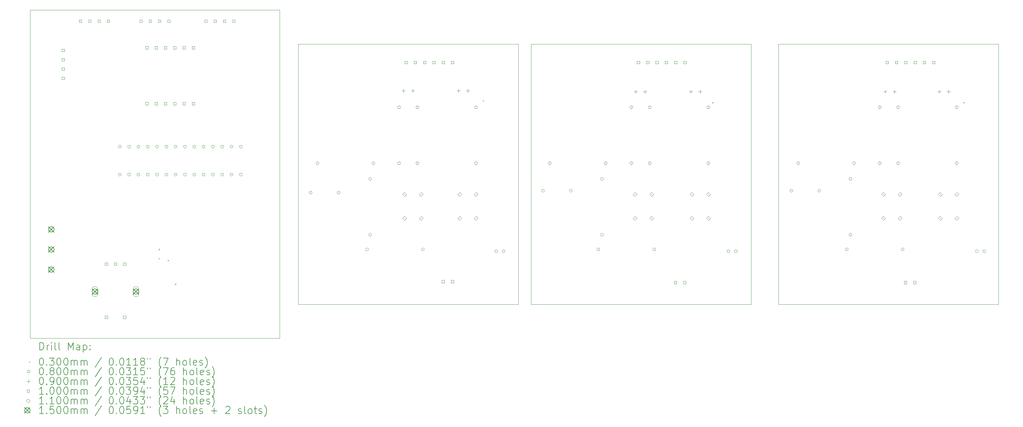
<source format=gbr>
%TF.GenerationSoftware,KiCad,Pcbnew,8.0.6*%
%TF.CreationDate,2024-12-22T20:43:38-05:00*%
%TF.ProjectId,flowcontrol_BL,666c6f77-636f-46e7-9472-6f6c5f424c2e,rev?*%
%TF.SameCoordinates,Original*%
%TF.FileFunction,Drillmap*%
%TF.FilePolarity,Positive*%
%FSLAX45Y45*%
G04 Gerber Fmt 4.5, Leading zero omitted, Abs format (unit mm)*
G04 Created by KiCad (PCBNEW 8.0.6) date 2024-12-22 20:43:38*
%MOMM*%
%LPD*%
G01*
G04 APERTURE LIST*
%ADD10C,0.050000*%
%ADD11C,0.200000*%
%ADD12C,0.100000*%
%ADD13C,0.110000*%
%ADD14C,0.150000*%
G04 APERTURE END LIST*
D10*
X1887000Y-3975000D02*
X8687000Y-3975000D01*
X8687000Y-12925000D01*
X1887000Y-12925000D01*
X1887000Y-3975000D01*
X9198250Y-4900000D02*
X15198250Y-4900000D01*
X15198250Y-12000000D01*
X9198250Y-12000000D01*
X9198250Y-4900000D01*
X22300000Y-4900000D02*
X28300000Y-4900000D01*
X28300000Y-12000000D01*
X22300000Y-12000000D01*
X22300000Y-4900000D01*
X15550000Y-4900000D02*
X21550000Y-4900000D01*
X21550000Y-12000000D01*
X15550000Y-12000000D01*
X15550000Y-4900000D01*
D11*
D12*
X5385000Y-10485000D02*
X5415000Y-10515000D01*
X5415000Y-10485000D02*
X5385000Y-10515000D01*
X5385000Y-10735000D02*
X5415000Y-10765000D01*
X5415000Y-10735000D02*
X5385000Y-10765000D01*
X5635000Y-10785000D02*
X5665000Y-10815000D01*
X5665000Y-10785000D02*
X5635000Y-10815000D01*
X5835000Y-11435000D02*
X5865000Y-11465000D01*
X5865000Y-11435000D02*
X5835000Y-11465000D01*
X14235000Y-6435000D02*
X14265000Y-6465000D01*
X14265000Y-6435000D02*
X14235000Y-6465000D01*
X20485000Y-6485000D02*
X20515000Y-6515000D01*
X20515000Y-6485000D02*
X20485000Y-6515000D01*
X27335000Y-6485000D02*
X27365000Y-6515000D01*
X27365000Y-6485000D02*
X27335000Y-6515000D01*
X4370000Y-7700000D02*
G75*
G02*
X4290000Y-7700000I-40000J0D01*
G01*
X4290000Y-7700000D02*
G75*
G02*
X4370000Y-7700000I40000J0D01*
G01*
X4370000Y-8462000D02*
G75*
G02*
X4290000Y-8462000I-40000J0D01*
G01*
X4290000Y-8462000D02*
G75*
G02*
X4370000Y-8462000I40000J0D01*
G01*
X4624000Y-7700000D02*
G75*
G02*
X4544000Y-7700000I-40000J0D01*
G01*
X4544000Y-7700000D02*
G75*
G02*
X4624000Y-7700000I40000J0D01*
G01*
X4624000Y-8462000D02*
G75*
G02*
X4544000Y-8462000I-40000J0D01*
G01*
X4544000Y-8462000D02*
G75*
G02*
X4624000Y-8462000I40000J0D01*
G01*
X4878000Y-7700000D02*
G75*
G02*
X4798000Y-7700000I-40000J0D01*
G01*
X4798000Y-7700000D02*
G75*
G02*
X4878000Y-7700000I40000J0D01*
G01*
X4878000Y-8462000D02*
G75*
G02*
X4798000Y-8462000I-40000J0D01*
G01*
X4798000Y-8462000D02*
G75*
G02*
X4878000Y-8462000I40000J0D01*
G01*
X5132000Y-7700000D02*
G75*
G02*
X5052000Y-7700000I-40000J0D01*
G01*
X5052000Y-7700000D02*
G75*
G02*
X5132000Y-7700000I40000J0D01*
G01*
X5132000Y-8462000D02*
G75*
G02*
X5052000Y-8462000I-40000J0D01*
G01*
X5052000Y-8462000D02*
G75*
G02*
X5132000Y-8462000I40000J0D01*
G01*
X5386000Y-7700000D02*
G75*
G02*
X5306000Y-7700000I-40000J0D01*
G01*
X5306000Y-7700000D02*
G75*
G02*
X5386000Y-7700000I40000J0D01*
G01*
X5386000Y-8462000D02*
G75*
G02*
X5306000Y-8462000I-40000J0D01*
G01*
X5306000Y-8462000D02*
G75*
G02*
X5386000Y-8462000I40000J0D01*
G01*
X5640000Y-7700000D02*
G75*
G02*
X5560000Y-7700000I-40000J0D01*
G01*
X5560000Y-7700000D02*
G75*
G02*
X5640000Y-7700000I40000J0D01*
G01*
X5640000Y-8462000D02*
G75*
G02*
X5560000Y-8462000I-40000J0D01*
G01*
X5560000Y-8462000D02*
G75*
G02*
X5640000Y-8462000I40000J0D01*
G01*
X5894000Y-7700000D02*
G75*
G02*
X5814000Y-7700000I-40000J0D01*
G01*
X5814000Y-7700000D02*
G75*
G02*
X5894000Y-7700000I40000J0D01*
G01*
X5894000Y-8462000D02*
G75*
G02*
X5814000Y-8462000I-40000J0D01*
G01*
X5814000Y-8462000D02*
G75*
G02*
X5894000Y-8462000I40000J0D01*
G01*
X6148000Y-7700000D02*
G75*
G02*
X6068000Y-7700000I-40000J0D01*
G01*
X6068000Y-7700000D02*
G75*
G02*
X6148000Y-7700000I40000J0D01*
G01*
X6148000Y-8462000D02*
G75*
G02*
X6068000Y-8462000I-40000J0D01*
G01*
X6068000Y-8462000D02*
G75*
G02*
X6148000Y-8462000I40000J0D01*
G01*
X6402000Y-7700000D02*
G75*
G02*
X6322000Y-7700000I-40000J0D01*
G01*
X6322000Y-7700000D02*
G75*
G02*
X6402000Y-7700000I40000J0D01*
G01*
X6402000Y-8462000D02*
G75*
G02*
X6322000Y-8462000I-40000J0D01*
G01*
X6322000Y-8462000D02*
G75*
G02*
X6402000Y-8462000I40000J0D01*
G01*
X6656000Y-7700000D02*
G75*
G02*
X6576000Y-7700000I-40000J0D01*
G01*
X6576000Y-7700000D02*
G75*
G02*
X6656000Y-7700000I40000J0D01*
G01*
X6656000Y-8462000D02*
G75*
G02*
X6576000Y-8462000I-40000J0D01*
G01*
X6576000Y-8462000D02*
G75*
G02*
X6656000Y-8462000I40000J0D01*
G01*
X6910000Y-7700000D02*
G75*
G02*
X6830000Y-7700000I-40000J0D01*
G01*
X6830000Y-7700000D02*
G75*
G02*
X6910000Y-7700000I40000J0D01*
G01*
X6910000Y-8462000D02*
G75*
G02*
X6830000Y-8462000I-40000J0D01*
G01*
X6830000Y-8462000D02*
G75*
G02*
X6910000Y-8462000I40000J0D01*
G01*
X7164000Y-7700000D02*
G75*
G02*
X7084000Y-7700000I-40000J0D01*
G01*
X7084000Y-7700000D02*
G75*
G02*
X7164000Y-7700000I40000J0D01*
G01*
X7164000Y-8462000D02*
G75*
G02*
X7084000Y-8462000I-40000J0D01*
G01*
X7084000Y-8462000D02*
G75*
G02*
X7164000Y-8462000I40000J0D01*
G01*
X7418000Y-7700000D02*
G75*
G02*
X7338000Y-7700000I-40000J0D01*
G01*
X7338000Y-7700000D02*
G75*
G02*
X7418000Y-7700000I40000J0D01*
G01*
X7418000Y-8462000D02*
G75*
G02*
X7338000Y-8462000I-40000J0D01*
G01*
X7338000Y-8462000D02*
G75*
G02*
X7418000Y-8462000I40000J0D01*
G01*
X7672000Y-7700000D02*
G75*
G02*
X7592000Y-7700000I-40000J0D01*
G01*
X7592000Y-7700000D02*
G75*
G02*
X7672000Y-7700000I40000J0D01*
G01*
X7672000Y-8462000D02*
G75*
G02*
X7592000Y-8462000I-40000J0D01*
G01*
X7592000Y-8462000D02*
G75*
G02*
X7672000Y-8462000I40000J0D01*
G01*
X9576250Y-8950000D02*
G75*
G02*
X9496250Y-8950000I-40000J0D01*
G01*
X9496250Y-8950000D02*
G75*
G02*
X9576250Y-8950000I40000J0D01*
G01*
X9764250Y-8150000D02*
G75*
G02*
X9684250Y-8150000I-40000J0D01*
G01*
X9684250Y-8150000D02*
G75*
G02*
X9764250Y-8150000I40000J0D01*
G01*
X10338250Y-8950000D02*
G75*
G02*
X10258250Y-8950000I-40000J0D01*
G01*
X10258250Y-8950000D02*
G75*
G02*
X10338250Y-8950000I40000J0D01*
G01*
X11113250Y-10500000D02*
G75*
G02*
X11033250Y-10500000I-40000J0D01*
G01*
X11033250Y-10500000D02*
G75*
G02*
X11113250Y-10500000I40000J0D01*
G01*
X11200250Y-8576000D02*
G75*
G02*
X11120250Y-8576000I-40000J0D01*
G01*
X11120250Y-8576000D02*
G75*
G02*
X11200250Y-8576000I40000J0D01*
G01*
X11200250Y-10100000D02*
G75*
G02*
X11120250Y-10100000I-40000J0D01*
G01*
X11120250Y-10100000D02*
G75*
G02*
X11200250Y-10100000I40000J0D01*
G01*
X11288250Y-8150000D02*
G75*
G02*
X11208250Y-8150000I-40000J0D01*
G01*
X11208250Y-8150000D02*
G75*
G02*
X11288250Y-8150000I40000J0D01*
G01*
X11988250Y-6626000D02*
G75*
G02*
X11908250Y-6626000I-40000J0D01*
G01*
X11908250Y-6626000D02*
G75*
G02*
X11988250Y-6626000I40000J0D01*
G01*
X11988250Y-8150000D02*
G75*
G02*
X11908250Y-8150000I-40000J0D01*
G01*
X11908250Y-8150000D02*
G75*
G02*
X11988250Y-8150000I40000J0D01*
G01*
X12488250Y-6626000D02*
G75*
G02*
X12408250Y-6626000I-40000J0D01*
G01*
X12408250Y-6626000D02*
G75*
G02*
X12488250Y-6626000I40000J0D01*
G01*
X12488250Y-8150000D02*
G75*
G02*
X12408250Y-8150000I-40000J0D01*
G01*
X12408250Y-8150000D02*
G75*
G02*
X12488250Y-8150000I40000J0D01*
G01*
X12637250Y-10500000D02*
G75*
G02*
X12557250Y-10500000I-40000J0D01*
G01*
X12557250Y-10500000D02*
G75*
G02*
X12637250Y-10500000I40000J0D01*
G01*
X14088250Y-6626000D02*
G75*
G02*
X14008250Y-6626000I-40000J0D01*
G01*
X14008250Y-6626000D02*
G75*
G02*
X14088250Y-6626000I40000J0D01*
G01*
X14088250Y-8150000D02*
G75*
G02*
X14008250Y-8150000I-40000J0D01*
G01*
X14008250Y-8150000D02*
G75*
G02*
X14088250Y-8150000I40000J0D01*
G01*
X14638250Y-10550000D02*
G75*
G02*
X14558250Y-10550000I-40000J0D01*
G01*
X14558250Y-10550000D02*
G75*
G02*
X14638250Y-10550000I40000J0D01*
G01*
X14838250Y-10550000D02*
G75*
G02*
X14758250Y-10550000I-40000J0D01*
G01*
X14758250Y-10550000D02*
G75*
G02*
X14838250Y-10550000I40000J0D01*
G01*
X15913250Y-8900000D02*
G75*
G02*
X15833250Y-8900000I-40000J0D01*
G01*
X15833250Y-8900000D02*
G75*
G02*
X15913250Y-8900000I40000J0D01*
G01*
X16101250Y-8150000D02*
G75*
G02*
X16021250Y-8150000I-40000J0D01*
G01*
X16021250Y-8150000D02*
G75*
G02*
X16101250Y-8150000I40000J0D01*
G01*
X16675250Y-8900000D02*
G75*
G02*
X16595250Y-8900000I-40000J0D01*
G01*
X16595250Y-8900000D02*
G75*
G02*
X16675250Y-8900000I40000J0D01*
G01*
X17425250Y-10500000D02*
G75*
G02*
X17345250Y-10500000I-40000J0D01*
G01*
X17345250Y-10500000D02*
G75*
G02*
X17425250Y-10500000I40000J0D01*
G01*
X17525250Y-8576000D02*
G75*
G02*
X17445250Y-8576000I-40000J0D01*
G01*
X17445250Y-8576000D02*
G75*
G02*
X17525250Y-8576000I40000J0D01*
G01*
X17525250Y-10100000D02*
G75*
G02*
X17445250Y-10100000I-40000J0D01*
G01*
X17445250Y-10100000D02*
G75*
G02*
X17525250Y-10100000I40000J0D01*
G01*
X17625250Y-8150000D02*
G75*
G02*
X17545250Y-8150000I-40000J0D01*
G01*
X17545250Y-8150000D02*
G75*
G02*
X17625250Y-8150000I40000J0D01*
G01*
X18325250Y-6626000D02*
G75*
G02*
X18245250Y-6626000I-40000J0D01*
G01*
X18245250Y-6626000D02*
G75*
G02*
X18325250Y-6626000I40000J0D01*
G01*
X18325250Y-8150000D02*
G75*
G02*
X18245250Y-8150000I-40000J0D01*
G01*
X18245250Y-8150000D02*
G75*
G02*
X18325250Y-8150000I40000J0D01*
G01*
X18825250Y-6626000D02*
G75*
G02*
X18745250Y-6626000I-40000J0D01*
G01*
X18745250Y-6626000D02*
G75*
G02*
X18825250Y-6626000I40000J0D01*
G01*
X18825250Y-8150000D02*
G75*
G02*
X18745250Y-8150000I-40000J0D01*
G01*
X18745250Y-8150000D02*
G75*
G02*
X18825250Y-8150000I40000J0D01*
G01*
X18949250Y-10500000D02*
G75*
G02*
X18869250Y-10500000I-40000J0D01*
G01*
X18869250Y-10500000D02*
G75*
G02*
X18949250Y-10500000I40000J0D01*
G01*
X20425250Y-6626000D02*
G75*
G02*
X20345250Y-6626000I-40000J0D01*
G01*
X20345250Y-6626000D02*
G75*
G02*
X20425250Y-6626000I40000J0D01*
G01*
X20425250Y-8150000D02*
G75*
G02*
X20345250Y-8150000I-40000J0D01*
G01*
X20345250Y-8150000D02*
G75*
G02*
X20425250Y-8150000I40000J0D01*
G01*
X20975250Y-10550000D02*
G75*
G02*
X20895250Y-10550000I-40000J0D01*
G01*
X20895250Y-10550000D02*
G75*
G02*
X20975250Y-10550000I40000J0D01*
G01*
X21175250Y-10550000D02*
G75*
G02*
X21095250Y-10550000I-40000J0D01*
G01*
X21095250Y-10550000D02*
G75*
G02*
X21175250Y-10550000I40000J0D01*
G01*
X22690000Y-8900000D02*
G75*
G02*
X22610000Y-8900000I-40000J0D01*
G01*
X22610000Y-8900000D02*
G75*
G02*
X22690000Y-8900000I40000J0D01*
G01*
X22878000Y-8150000D02*
G75*
G02*
X22798000Y-8150000I-40000J0D01*
G01*
X22798000Y-8150000D02*
G75*
G02*
X22878000Y-8150000I40000J0D01*
G01*
X23452000Y-8900000D02*
G75*
G02*
X23372000Y-8900000I-40000J0D01*
G01*
X23372000Y-8900000D02*
G75*
G02*
X23452000Y-8900000I40000J0D01*
G01*
X24202000Y-10500000D02*
G75*
G02*
X24122000Y-10500000I-40000J0D01*
G01*
X24122000Y-10500000D02*
G75*
G02*
X24202000Y-10500000I40000J0D01*
G01*
X24302000Y-8576000D02*
G75*
G02*
X24222000Y-8576000I-40000J0D01*
G01*
X24222000Y-8576000D02*
G75*
G02*
X24302000Y-8576000I40000J0D01*
G01*
X24302000Y-10100000D02*
G75*
G02*
X24222000Y-10100000I-40000J0D01*
G01*
X24222000Y-10100000D02*
G75*
G02*
X24302000Y-10100000I40000J0D01*
G01*
X24402000Y-8150000D02*
G75*
G02*
X24322000Y-8150000I-40000J0D01*
G01*
X24322000Y-8150000D02*
G75*
G02*
X24402000Y-8150000I40000J0D01*
G01*
X25102000Y-6626000D02*
G75*
G02*
X25022000Y-6626000I-40000J0D01*
G01*
X25022000Y-6626000D02*
G75*
G02*
X25102000Y-6626000I40000J0D01*
G01*
X25102000Y-8150000D02*
G75*
G02*
X25022000Y-8150000I-40000J0D01*
G01*
X25022000Y-8150000D02*
G75*
G02*
X25102000Y-8150000I40000J0D01*
G01*
X25602000Y-6626000D02*
G75*
G02*
X25522000Y-6626000I-40000J0D01*
G01*
X25522000Y-6626000D02*
G75*
G02*
X25602000Y-6626000I40000J0D01*
G01*
X25602000Y-8150000D02*
G75*
G02*
X25522000Y-8150000I-40000J0D01*
G01*
X25522000Y-8150000D02*
G75*
G02*
X25602000Y-8150000I40000J0D01*
G01*
X25726000Y-10500000D02*
G75*
G02*
X25646000Y-10500000I-40000J0D01*
G01*
X25646000Y-10500000D02*
G75*
G02*
X25726000Y-10500000I40000J0D01*
G01*
X27202000Y-6626000D02*
G75*
G02*
X27122000Y-6626000I-40000J0D01*
G01*
X27122000Y-6626000D02*
G75*
G02*
X27202000Y-6626000I40000J0D01*
G01*
X27202000Y-8150000D02*
G75*
G02*
X27122000Y-8150000I-40000J0D01*
G01*
X27122000Y-8150000D02*
G75*
G02*
X27202000Y-8150000I40000J0D01*
G01*
X27752000Y-10550000D02*
G75*
G02*
X27672000Y-10550000I-40000J0D01*
G01*
X27672000Y-10550000D02*
G75*
G02*
X27752000Y-10550000I40000J0D01*
G01*
X27952000Y-10550000D02*
G75*
G02*
X27872000Y-10550000I-40000J0D01*
G01*
X27872000Y-10550000D02*
G75*
G02*
X27952000Y-10550000I40000J0D01*
G01*
X12070750Y-6131000D02*
X12070750Y-6221000D01*
X12025750Y-6176000D02*
X12115750Y-6176000D01*
X12324750Y-6131000D02*
X12324750Y-6221000D01*
X12279750Y-6176000D02*
X12369750Y-6176000D01*
X13570750Y-6131000D02*
X13570750Y-6221000D01*
X13525750Y-6176000D02*
X13615750Y-6176000D01*
X13824750Y-6131000D02*
X13824750Y-6221000D01*
X13779750Y-6176000D02*
X13869750Y-6176000D01*
X18404514Y-6157666D02*
X18404514Y-6247666D01*
X18359514Y-6202666D02*
X18449514Y-6202666D01*
X18658514Y-6157666D02*
X18658514Y-6247666D01*
X18613514Y-6202666D02*
X18703514Y-6202666D01*
X19907750Y-6155000D02*
X19907750Y-6245000D01*
X19862750Y-6200000D02*
X19952750Y-6200000D01*
X20161750Y-6155000D02*
X20161750Y-6245000D01*
X20116750Y-6200000D02*
X20206750Y-6200000D01*
X25208000Y-6155000D02*
X25208000Y-6245000D01*
X25163000Y-6200000D02*
X25253000Y-6200000D01*
X25462000Y-6155000D02*
X25462000Y-6245000D01*
X25417000Y-6200000D02*
X25507000Y-6200000D01*
X26684500Y-6155000D02*
X26684500Y-6245000D01*
X26639500Y-6200000D02*
X26729500Y-6200000D01*
X26938500Y-6155000D02*
X26938500Y-6245000D01*
X26893500Y-6200000D02*
X26983500Y-6200000D01*
X2822356Y-5110356D02*
X2822356Y-5039644D01*
X2751644Y-5039644D01*
X2751644Y-5110356D01*
X2822356Y-5110356D01*
X2822356Y-5364356D02*
X2822356Y-5293644D01*
X2751644Y-5293644D01*
X2751644Y-5364356D01*
X2822356Y-5364356D01*
X2822356Y-5618356D02*
X2822356Y-5547644D01*
X2751644Y-5547644D01*
X2751644Y-5618356D01*
X2822356Y-5618356D01*
X2822356Y-5872356D02*
X2822356Y-5801644D01*
X2751644Y-5801644D01*
X2751644Y-5872356D01*
X2822356Y-5872356D01*
X3290356Y-4310356D02*
X3290356Y-4239644D01*
X3219644Y-4239644D01*
X3219644Y-4310356D01*
X3290356Y-4310356D01*
X3544356Y-4310356D02*
X3544356Y-4239644D01*
X3473644Y-4239644D01*
X3473644Y-4310356D01*
X3544356Y-4310356D01*
X3798356Y-4310356D02*
X3798356Y-4239644D01*
X3727644Y-4239644D01*
X3727644Y-4310356D01*
X3798356Y-4310356D01*
X3997356Y-10935356D02*
X3997356Y-10864644D01*
X3926644Y-10864644D01*
X3926644Y-10935356D01*
X3997356Y-10935356D01*
X3997356Y-12385356D02*
X3997356Y-12314644D01*
X3926644Y-12314644D01*
X3926644Y-12385356D01*
X3997356Y-12385356D01*
X4052356Y-4310356D02*
X4052356Y-4239644D01*
X3981644Y-4239644D01*
X3981644Y-4310356D01*
X4052356Y-4310356D01*
X4247356Y-10935356D02*
X4247356Y-10864644D01*
X4176644Y-10864644D01*
X4176644Y-10935356D01*
X4247356Y-10935356D01*
X4497356Y-10935356D02*
X4497356Y-10864644D01*
X4426644Y-10864644D01*
X4426644Y-10935356D01*
X4497356Y-10935356D01*
X4497356Y-12385356D02*
X4497356Y-12314644D01*
X4426644Y-12314644D01*
X4426644Y-12385356D01*
X4497356Y-12385356D01*
X4940356Y-4310356D02*
X4940356Y-4239644D01*
X4869644Y-4239644D01*
X4869644Y-4310356D01*
X4940356Y-4310356D01*
X5102356Y-5036356D02*
X5102356Y-4965644D01*
X5031644Y-4965644D01*
X5031644Y-5036356D01*
X5102356Y-5036356D01*
X5102356Y-6560356D02*
X5102356Y-6489644D01*
X5031644Y-6489644D01*
X5031644Y-6560356D01*
X5102356Y-6560356D01*
X5194356Y-4310356D02*
X5194356Y-4239644D01*
X5123644Y-4239644D01*
X5123644Y-4310356D01*
X5194356Y-4310356D01*
X5356356Y-5036356D02*
X5356356Y-4965644D01*
X5285644Y-4965644D01*
X5285644Y-5036356D01*
X5356356Y-5036356D01*
X5356356Y-6560356D02*
X5356356Y-6489644D01*
X5285644Y-6489644D01*
X5285644Y-6560356D01*
X5356356Y-6560356D01*
X5448356Y-4310356D02*
X5448356Y-4239644D01*
X5377644Y-4239644D01*
X5377644Y-4310356D01*
X5448356Y-4310356D01*
X5610356Y-5036356D02*
X5610356Y-4965644D01*
X5539644Y-4965644D01*
X5539644Y-5036356D01*
X5610356Y-5036356D01*
X5610356Y-6560356D02*
X5610356Y-6489644D01*
X5539644Y-6489644D01*
X5539644Y-6560356D01*
X5610356Y-6560356D01*
X5702356Y-4310356D02*
X5702356Y-4239644D01*
X5631644Y-4239644D01*
X5631644Y-4310356D01*
X5702356Y-4310356D01*
X5864356Y-5036356D02*
X5864356Y-4965644D01*
X5793644Y-4965644D01*
X5793644Y-5036356D01*
X5864356Y-5036356D01*
X5864356Y-6560356D02*
X5864356Y-6489644D01*
X5793644Y-6489644D01*
X5793644Y-6560356D01*
X5864356Y-6560356D01*
X6118356Y-5036356D02*
X6118356Y-4965644D01*
X6047644Y-4965644D01*
X6047644Y-5036356D01*
X6118356Y-5036356D01*
X6118356Y-6560356D02*
X6118356Y-6489644D01*
X6047644Y-6489644D01*
X6047644Y-6560356D01*
X6118356Y-6560356D01*
X6372356Y-5036356D02*
X6372356Y-4965644D01*
X6301644Y-4965644D01*
X6301644Y-5036356D01*
X6372356Y-5036356D01*
X6372356Y-6560356D02*
X6372356Y-6489644D01*
X6301644Y-6489644D01*
X6301644Y-6560356D01*
X6372356Y-6560356D01*
X6710356Y-4310356D02*
X6710356Y-4239644D01*
X6639644Y-4239644D01*
X6639644Y-4310356D01*
X6710356Y-4310356D01*
X6964356Y-4310356D02*
X6964356Y-4239644D01*
X6893644Y-4239644D01*
X6893644Y-4310356D01*
X6964356Y-4310356D01*
X7218356Y-4310356D02*
X7218356Y-4239644D01*
X7147644Y-4239644D01*
X7147644Y-4310356D01*
X7218356Y-4310356D01*
X7472356Y-4310356D02*
X7472356Y-4239644D01*
X7401644Y-4239644D01*
X7401644Y-4310356D01*
X7472356Y-4310356D01*
X12171606Y-5435356D02*
X12171606Y-5364644D01*
X12100894Y-5364644D01*
X12100894Y-5435356D01*
X12171606Y-5435356D01*
X12425606Y-5435356D02*
X12425606Y-5364644D01*
X12354894Y-5364644D01*
X12354894Y-5435356D01*
X12425606Y-5435356D01*
X12679606Y-5435356D02*
X12679606Y-5364644D01*
X12608894Y-5364644D01*
X12608894Y-5435356D01*
X12679606Y-5435356D01*
X12933606Y-5435356D02*
X12933606Y-5364644D01*
X12862894Y-5364644D01*
X12862894Y-5435356D01*
X12933606Y-5435356D01*
X13183606Y-11410356D02*
X13183606Y-11339644D01*
X13112894Y-11339644D01*
X13112894Y-11410356D01*
X13183606Y-11410356D01*
X13187606Y-5435356D02*
X13187606Y-5364644D01*
X13116894Y-5364644D01*
X13116894Y-5435356D01*
X13187606Y-5435356D01*
X13437606Y-11410356D02*
X13437606Y-11339644D01*
X13366894Y-11339644D01*
X13366894Y-11410356D01*
X13437606Y-11410356D01*
X13441606Y-5435356D02*
X13441606Y-5364644D01*
X13370894Y-5364644D01*
X13370894Y-5435356D01*
X13441606Y-5435356D01*
X18508606Y-5435356D02*
X18508606Y-5364644D01*
X18437894Y-5364644D01*
X18437894Y-5435356D01*
X18508606Y-5435356D01*
X18762606Y-5435356D02*
X18762606Y-5364644D01*
X18691894Y-5364644D01*
X18691894Y-5435356D01*
X18762606Y-5435356D01*
X19016606Y-5435356D02*
X19016606Y-5364644D01*
X18945894Y-5364644D01*
X18945894Y-5435356D01*
X19016606Y-5435356D01*
X19270606Y-5435356D02*
X19270606Y-5364644D01*
X19199894Y-5364644D01*
X19199894Y-5435356D01*
X19270606Y-5435356D01*
X19520606Y-11435356D02*
X19520606Y-11364644D01*
X19449894Y-11364644D01*
X19449894Y-11435356D01*
X19520606Y-11435356D01*
X19524606Y-5435356D02*
X19524606Y-5364644D01*
X19453894Y-5364644D01*
X19453894Y-5435356D01*
X19524606Y-5435356D01*
X19774606Y-11435356D02*
X19774606Y-11364644D01*
X19703894Y-11364644D01*
X19703894Y-11435356D01*
X19774606Y-11435356D01*
X19778606Y-5435356D02*
X19778606Y-5364644D01*
X19707894Y-5364644D01*
X19707894Y-5435356D01*
X19778606Y-5435356D01*
X25293356Y-5435356D02*
X25293356Y-5364644D01*
X25222644Y-5364644D01*
X25222644Y-5435356D01*
X25293356Y-5435356D01*
X25547356Y-5435356D02*
X25547356Y-5364644D01*
X25476644Y-5364644D01*
X25476644Y-5435356D01*
X25547356Y-5435356D01*
X25797356Y-11435356D02*
X25797356Y-11364644D01*
X25726644Y-11364644D01*
X25726644Y-11435356D01*
X25797356Y-11435356D01*
X25801356Y-5435356D02*
X25801356Y-5364644D01*
X25730644Y-5364644D01*
X25730644Y-5435356D01*
X25801356Y-5435356D01*
X26051356Y-11435356D02*
X26051356Y-11364644D01*
X25980644Y-11364644D01*
X25980644Y-11435356D01*
X26051356Y-11435356D01*
X26055356Y-5435356D02*
X26055356Y-5364644D01*
X25984644Y-5364644D01*
X25984644Y-5435356D01*
X26055356Y-5435356D01*
X26309356Y-5435356D02*
X26309356Y-5364644D01*
X26238644Y-5364644D01*
X26238644Y-5435356D01*
X26309356Y-5435356D01*
X26563356Y-5435356D02*
X26563356Y-5364644D01*
X26492644Y-5364644D01*
X26492644Y-5435356D01*
X26563356Y-5435356D01*
D13*
X12098250Y-9055000D02*
X12153250Y-9000000D01*
X12098250Y-8945000D01*
X12043250Y-9000000D01*
X12098250Y-9055000D01*
X12098250Y-9705000D02*
X12153250Y-9650000D01*
X12098250Y-9595000D01*
X12043250Y-9650000D01*
X12098250Y-9705000D01*
X12548250Y-9055000D02*
X12603250Y-9000000D01*
X12548250Y-8945000D01*
X12493250Y-9000000D01*
X12548250Y-9055000D01*
X12548250Y-9705000D02*
X12603250Y-9650000D01*
X12548250Y-9595000D01*
X12493250Y-9650000D01*
X12548250Y-9705000D01*
X13598250Y-9055000D02*
X13653250Y-9000000D01*
X13598250Y-8945000D01*
X13543250Y-9000000D01*
X13598250Y-9055000D01*
X13598250Y-9705000D02*
X13653250Y-9650000D01*
X13598250Y-9595000D01*
X13543250Y-9650000D01*
X13598250Y-9705000D01*
X14048250Y-9055000D02*
X14103250Y-9000000D01*
X14048250Y-8945000D01*
X13993250Y-9000000D01*
X14048250Y-9055000D01*
X14048250Y-9705000D02*
X14103250Y-9650000D01*
X14048250Y-9595000D01*
X13993250Y-9650000D01*
X14048250Y-9705000D01*
X18385250Y-9055000D02*
X18440250Y-9000000D01*
X18385250Y-8945000D01*
X18330250Y-9000000D01*
X18385250Y-9055000D01*
X18385250Y-9705000D02*
X18440250Y-9650000D01*
X18385250Y-9595000D01*
X18330250Y-9650000D01*
X18385250Y-9705000D01*
X18835250Y-9055000D02*
X18890250Y-9000000D01*
X18835250Y-8945000D01*
X18780250Y-9000000D01*
X18835250Y-9055000D01*
X18835250Y-9705000D02*
X18890250Y-9650000D01*
X18835250Y-9595000D01*
X18780250Y-9650000D01*
X18835250Y-9705000D01*
X19935250Y-9055000D02*
X19990250Y-9000000D01*
X19935250Y-8945000D01*
X19880250Y-9000000D01*
X19935250Y-9055000D01*
X19935250Y-9705000D02*
X19990250Y-9650000D01*
X19935250Y-9595000D01*
X19880250Y-9650000D01*
X19935250Y-9705000D01*
X20385250Y-9055000D02*
X20440250Y-9000000D01*
X20385250Y-8945000D01*
X20330250Y-9000000D01*
X20385250Y-9055000D01*
X20385250Y-9705000D02*
X20440250Y-9650000D01*
X20385250Y-9595000D01*
X20330250Y-9650000D01*
X20385250Y-9705000D01*
X25162000Y-9055000D02*
X25217000Y-9000000D01*
X25162000Y-8945000D01*
X25107000Y-9000000D01*
X25162000Y-9055000D01*
X25162000Y-9705000D02*
X25217000Y-9650000D01*
X25162000Y-9595000D01*
X25107000Y-9650000D01*
X25162000Y-9705000D01*
X25612000Y-9055000D02*
X25667000Y-9000000D01*
X25612000Y-8945000D01*
X25557000Y-9000000D01*
X25612000Y-9055000D01*
X25612000Y-9705000D02*
X25667000Y-9650000D01*
X25612000Y-9595000D01*
X25557000Y-9650000D01*
X25612000Y-9705000D01*
X26712000Y-9055000D02*
X26767000Y-9000000D01*
X26712000Y-8945000D01*
X26657000Y-9000000D01*
X26712000Y-9055000D01*
X26712000Y-9705000D02*
X26767000Y-9650000D01*
X26712000Y-9595000D01*
X26657000Y-9650000D01*
X26712000Y-9705000D01*
X27162000Y-9055000D02*
X27217000Y-9000000D01*
X27162000Y-8945000D01*
X27107000Y-9000000D01*
X27162000Y-9055000D01*
X27162000Y-9705000D02*
X27217000Y-9650000D01*
X27162000Y-9595000D01*
X27107000Y-9650000D01*
X27162000Y-9705000D01*
D14*
X2387000Y-9880000D02*
X2537000Y-10030000D01*
X2537000Y-9880000D02*
X2387000Y-10030000D01*
X2537000Y-9955000D02*
G75*
G02*
X2387000Y-9955000I-75000J0D01*
G01*
X2387000Y-9955000D02*
G75*
G02*
X2537000Y-9955000I75000J0D01*
G01*
X2387000Y-10427500D02*
X2537000Y-10577500D01*
X2537000Y-10427500D02*
X2387000Y-10577500D01*
X2537000Y-10502500D02*
G75*
G02*
X2387000Y-10502500I-75000J0D01*
G01*
X2387000Y-10502500D02*
G75*
G02*
X2537000Y-10502500I75000J0D01*
G01*
X2387000Y-10975000D02*
X2537000Y-11125000D01*
X2537000Y-10975000D02*
X2387000Y-11125000D01*
X2537000Y-11050000D02*
G75*
G02*
X2387000Y-11050000I-75000J0D01*
G01*
X2387000Y-11050000D02*
G75*
G02*
X2537000Y-11050000I75000J0D01*
G01*
X3577000Y-11575000D02*
X3727000Y-11725000D01*
X3727000Y-11575000D02*
X3577000Y-11725000D01*
X3727000Y-11650000D02*
G75*
G02*
X3577000Y-11650000I-75000J0D01*
G01*
X3577000Y-11650000D02*
G75*
G02*
X3727000Y-11650000I75000J0D01*
G01*
D12*
X3577000Y-11585000D02*
X3577000Y-11715000D01*
X3727000Y-11715000D02*
G75*
G02*
X3577000Y-11715000I-75000J0D01*
G01*
X3727000Y-11715000D02*
X3727000Y-11585000D01*
X3727000Y-11585000D02*
G75*
G03*
X3577000Y-11585000I-75000J0D01*
G01*
D14*
X4697000Y-11575000D02*
X4847000Y-11725000D01*
X4847000Y-11575000D02*
X4697000Y-11725000D01*
X4847000Y-11650000D02*
G75*
G02*
X4697000Y-11650000I-75000J0D01*
G01*
X4697000Y-11650000D02*
G75*
G02*
X4847000Y-11650000I75000J0D01*
G01*
D12*
X4697000Y-11585000D02*
X4697000Y-11715000D01*
X4847000Y-11715000D02*
G75*
G02*
X4697000Y-11715000I-75000J0D01*
G01*
X4847000Y-11715000D02*
X4847000Y-11585000D01*
X4847000Y-11585000D02*
G75*
G03*
X4697000Y-11585000I-75000J0D01*
G01*
D11*
X2145277Y-13238984D02*
X2145277Y-13038984D01*
X2145277Y-13038984D02*
X2192896Y-13038984D01*
X2192896Y-13038984D02*
X2221467Y-13048508D01*
X2221467Y-13048508D02*
X2240515Y-13067555D01*
X2240515Y-13067555D02*
X2250039Y-13086603D01*
X2250039Y-13086603D02*
X2259563Y-13124698D01*
X2259563Y-13124698D02*
X2259563Y-13153269D01*
X2259563Y-13153269D02*
X2250039Y-13191365D01*
X2250039Y-13191365D02*
X2240515Y-13210412D01*
X2240515Y-13210412D02*
X2221467Y-13229460D01*
X2221467Y-13229460D02*
X2192896Y-13238984D01*
X2192896Y-13238984D02*
X2145277Y-13238984D01*
X2345277Y-13238984D02*
X2345277Y-13105650D01*
X2345277Y-13143746D02*
X2354801Y-13124698D01*
X2354801Y-13124698D02*
X2364324Y-13115174D01*
X2364324Y-13115174D02*
X2383372Y-13105650D01*
X2383372Y-13105650D02*
X2402420Y-13105650D01*
X2469086Y-13238984D02*
X2469086Y-13105650D01*
X2469086Y-13038984D02*
X2459563Y-13048508D01*
X2459563Y-13048508D02*
X2469086Y-13058031D01*
X2469086Y-13058031D02*
X2478610Y-13048508D01*
X2478610Y-13048508D02*
X2469086Y-13038984D01*
X2469086Y-13038984D02*
X2469086Y-13058031D01*
X2592896Y-13238984D02*
X2573848Y-13229460D01*
X2573848Y-13229460D02*
X2564324Y-13210412D01*
X2564324Y-13210412D02*
X2564324Y-13038984D01*
X2697658Y-13238984D02*
X2678610Y-13229460D01*
X2678610Y-13229460D02*
X2669086Y-13210412D01*
X2669086Y-13210412D02*
X2669086Y-13038984D01*
X2926229Y-13238984D02*
X2926229Y-13038984D01*
X2926229Y-13038984D02*
X2992896Y-13181841D01*
X2992896Y-13181841D02*
X3059562Y-13038984D01*
X3059562Y-13038984D02*
X3059562Y-13238984D01*
X3240515Y-13238984D02*
X3240515Y-13134222D01*
X3240515Y-13134222D02*
X3230991Y-13115174D01*
X3230991Y-13115174D02*
X3211943Y-13105650D01*
X3211943Y-13105650D02*
X3173848Y-13105650D01*
X3173848Y-13105650D02*
X3154801Y-13115174D01*
X3240515Y-13229460D02*
X3221467Y-13238984D01*
X3221467Y-13238984D02*
X3173848Y-13238984D01*
X3173848Y-13238984D02*
X3154801Y-13229460D01*
X3154801Y-13229460D02*
X3145277Y-13210412D01*
X3145277Y-13210412D02*
X3145277Y-13191365D01*
X3145277Y-13191365D02*
X3154801Y-13172317D01*
X3154801Y-13172317D02*
X3173848Y-13162793D01*
X3173848Y-13162793D02*
X3221467Y-13162793D01*
X3221467Y-13162793D02*
X3240515Y-13153269D01*
X3335753Y-13105650D02*
X3335753Y-13305650D01*
X3335753Y-13115174D02*
X3354801Y-13105650D01*
X3354801Y-13105650D02*
X3392896Y-13105650D01*
X3392896Y-13105650D02*
X3411943Y-13115174D01*
X3411943Y-13115174D02*
X3421467Y-13124698D01*
X3421467Y-13124698D02*
X3430991Y-13143746D01*
X3430991Y-13143746D02*
X3430991Y-13200888D01*
X3430991Y-13200888D02*
X3421467Y-13219936D01*
X3421467Y-13219936D02*
X3411943Y-13229460D01*
X3411943Y-13229460D02*
X3392896Y-13238984D01*
X3392896Y-13238984D02*
X3354801Y-13238984D01*
X3354801Y-13238984D02*
X3335753Y-13229460D01*
X3516705Y-13219936D02*
X3526229Y-13229460D01*
X3526229Y-13229460D02*
X3516705Y-13238984D01*
X3516705Y-13238984D02*
X3507182Y-13229460D01*
X3507182Y-13229460D02*
X3516705Y-13219936D01*
X3516705Y-13219936D02*
X3516705Y-13238984D01*
X3516705Y-13115174D02*
X3526229Y-13124698D01*
X3526229Y-13124698D02*
X3516705Y-13134222D01*
X3516705Y-13134222D02*
X3507182Y-13124698D01*
X3507182Y-13124698D02*
X3516705Y-13115174D01*
X3516705Y-13115174D02*
X3516705Y-13134222D01*
D12*
X1854500Y-13552500D02*
X1884500Y-13582500D01*
X1884500Y-13552500D02*
X1854500Y-13582500D01*
D11*
X2183372Y-13458984D02*
X2202420Y-13458984D01*
X2202420Y-13458984D02*
X2221467Y-13468508D01*
X2221467Y-13468508D02*
X2230991Y-13478031D01*
X2230991Y-13478031D02*
X2240515Y-13497079D01*
X2240515Y-13497079D02*
X2250039Y-13535174D01*
X2250039Y-13535174D02*
X2250039Y-13582793D01*
X2250039Y-13582793D02*
X2240515Y-13620888D01*
X2240515Y-13620888D02*
X2230991Y-13639936D01*
X2230991Y-13639936D02*
X2221467Y-13649460D01*
X2221467Y-13649460D02*
X2202420Y-13658984D01*
X2202420Y-13658984D02*
X2183372Y-13658984D01*
X2183372Y-13658984D02*
X2164324Y-13649460D01*
X2164324Y-13649460D02*
X2154801Y-13639936D01*
X2154801Y-13639936D02*
X2145277Y-13620888D01*
X2145277Y-13620888D02*
X2135753Y-13582793D01*
X2135753Y-13582793D02*
X2135753Y-13535174D01*
X2135753Y-13535174D02*
X2145277Y-13497079D01*
X2145277Y-13497079D02*
X2154801Y-13478031D01*
X2154801Y-13478031D02*
X2164324Y-13468508D01*
X2164324Y-13468508D02*
X2183372Y-13458984D01*
X2335753Y-13639936D02*
X2345277Y-13649460D01*
X2345277Y-13649460D02*
X2335753Y-13658984D01*
X2335753Y-13658984D02*
X2326229Y-13649460D01*
X2326229Y-13649460D02*
X2335753Y-13639936D01*
X2335753Y-13639936D02*
X2335753Y-13658984D01*
X2411944Y-13458984D02*
X2535753Y-13458984D01*
X2535753Y-13458984D02*
X2469086Y-13535174D01*
X2469086Y-13535174D02*
X2497658Y-13535174D01*
X2497658Y-13535174D02*
X2516705Y-13544698D01*
X2516705Y-13544698D02*
X2526229Y-13554222D01*
X2526229Y-13554222D02*
X2535753Y-13573269D01*
X2535753Y-13573269D02*
X2535753Y-13620888D01*
X2535753Y-13620888D02*
X2526229Y-13639936D01*
X2526229Y-13639936D02*
X2516705Y-13649460D01*
X2516705Y-13649460D02*
X2497658Y-13658984D01*
X2497658Y-13658984D02*
X2440515Y-13658984D01*
X2440515Y-13658984D02*
X2421467Y-13649460D01*
X2421467Y-13649460D02*
X2411944Y-13639936D01*
X2659563Y-13458984D02*
X2678610Y-13458984D01*
X2678610Y-13458984D02*
X2697658Y-13468508D01*
X2697658Y-13468508D02*
X2707182Y-13478031D01*
X2707182Y-13478031D02*
X2716705Y-13497079D01*
X2716705Y-13497079D02*
X2726229Y-13535174D01*
X2726229Y-13535174D02*
X2726229Y-13582793D01*
X2726229Y-13582793D02*
X2716705Y-13620888D01*
X2716705Y-13620888D02*
X2707182Y-13639936D01*
X2707182Y-13639936D02*
X2697658Y-13649460D01*
X2697658Y-13649460D02*
X2678610Y-13658984D01*
X2678610Y-13658984D02*
X2659563Y-13658984D01*
X2659563Y-13658984D02*
X2640515Y-13649460D01*
X2640515Y-13649460D02*
X2630991Y-13639936D01*
X2630991Y-13639936D02*
X2621467Y-13620888D01*
X2621467Y-13620888D02*
X2611944Y-13582793D01*
X2611944Y-13582793D02*
X2611944Y-13535174D01*
X2611944Y-13535174D02*
X2621467Y-13497079D01*
X2621467Y-13497079D02*
X2630991Y-13478031D01*
X2630991Y-13478031D02*
X2640515Y-13468508D01*
X2640515Y-13468508D02*
X2659563Y-13458984D01*
X2850039Y-13458984D02*
X2869086Y-13458984D01*
X2869086Y-13458984D02*
X2888134Y-13468508D01*
X2888134Y-13468508D02*
X2897658Y-13478031D01*
X2897658Y-13478031D02*
X2907182Y-13497079D01*
X2907182Y-13497079D02*
X2916705Y-13535174D01*
X2916705Y-13535174D02*
X2916705Y-13582793D01*
X2916705Y-13582793D02*
X2907182Y-13620888D01*
X2907182Y-13620888D02*
X2897658Y-13639936D01*
X2897658Y-13639936D02*
X2888134Y-13649460D01*
X2888134Y-13649460D02*
X2869086Y-13658984D01*
X2869086Y-13658984D02*
X2850039Y-13658984D01*
X2850039Y-13658984D02*
X2830991Y-13649460D01*
X2830991Y-13649460D02*
X2821467Y-13639936D01*
X2821467Y-13639936D02*
X2811943Y-13620888D01*
X2811943Y-13620888D02*
X2802420Y-13582793D01*
X2802420Y-13582793D02*
X2802420Y-13535174D01*
X2802420Y-13535174D02*
X2811943Y-13497079D01*
X2811943Y-13497079D02*
X2821467Y-13478031D01*
X2821467Y-13478031D02*
X2830991Y-13468508D01*
X2830991Y-13468508D02*
X2850039Y-13458984D01*
X3002420Y-13658984D02*
X3002420Y-13525650D01*
X3002420Y-13544698D02*
X3011943Y-13535174D01*
X3011943Y-13535174D02*
X3030991Y-13525650D01*
X3030991Y-13525650D02*
X3059563Y-13525650D01*
X3059563Y-13525650D02*
X3078610Y-13535174D01*
X3078610Y-13535174D02*
X3088134Y-13554222D01*
X3088134Y-13554222D02*
X3088134Y-13658984D01*
X3088134Y-13554222D02*
X3097658Y-13535174D01*
X3097658Y-13535174D02*
X3116705Y-13525650D01*
X3116705Y-13525650D02*
X3145277Y-13525650D01*
X3145277Y-13525650D02*
X3164324Y-13535174D01*
X3164324Y-13535174D02*
X3173848Y-13554222D01*
X3173848Y-13554222D02*
X3173848Y-13658984D01*
X3269086Y-13658984D02*
X3269086Y-13525650D01*
X3269086Y-13544698D02*
X3278610Y-13535174D01*
X3278610Y-13535174D02*
X3297658Y-13525650D01*
X3297658Y-13525650D02*
X3326229Y-13525650D01*
X3326229Y-13525650D02*
X3345277Y-13535174D01*
X3345277Y-13535174D02*
X3354801Y-13554222D01*
X3354801Y-13554222D02*
X3354801Y-13658984D01*
X3354801Y-13554222D02*
X3364324Y-13535174D01*
X3364324Y-13535174D02*
X3383372Y-13525650D01*
X3383372Y-13525650D02*
X3411943Y-13525650D01*
X3411943Y-13525650D02*
X3430991Y-13535174D01*
X3430991Y-13535174D02*
X3440515Y-13554222D01*
X3440515Y-13554222D02*
X3440515Y-13658984D01*
X3830991Y-13449460D02*
X3659563Y-13706603D01*
X4088134Y-13458984D02*
X4107182Y-13458984D01*
X4107182Y-13458984D02*
X4126229Y-13468508D01*
X4126229Y-13468508D02*
X4135753Y-13478031D01*
X4135753Y-13478031D02*
X4145277Y-13497079D01*
X4145277Y-13497079D02*
X4154801Y-13535174D01*
X4154801Y-13535174D02*
X4154801Y-13582793D01*
X4154801Y-13582793D02*
X4145277Y-13620888D01*
X4145277Y-13620888D02*
X4135753Y-13639936D01*
X4135753Y-13639936D02*
X4126229Y-13649460D01*
X4126229Y-13649460D02*
X4107182Y-13658984D01*
X4107182Y-13658984D02*
X4088134Y-13658984D01*
X4088134Y-13658984D02*
X4069086Y-13649460D01*
X4069086Y-13649460D02*
X4059563Y-13639936D01*
X4059563Y-13639936D02*
X4050039Y-13620888D01*
X4050039Y-13620888D02*
X4040515Y-13582793D01*
X4040515Y-13582793D02*
X4040515Y-13535174D01*
X4040515Y-13535174D02*
X4050039Y-13497079D01*
X4050039Y-13497079D02*
X4059563Y-13478031D01*
X4059563Y-13478031D02*
X4069086Y-13468508D01*
X4069086Y-13468508D02*
X4088134Y-13458984D01*
X4240515Y-13639936D02*
X4250039Y-13649460D01*
X4250039Y-13649460D02*
X4240515Y-13658984D01*
X4240515Y-13658984D02*
X4230991Y-13649460D01*
X4230991Y-13649460D02*
X4240515Y-13639936D01*
X4240515Y-13639936D02*
X4240515Y-13658984D01*
X4373848Y-13458984D02*
X4392896Y-13458984D01*
X4392896Y-13458984D02*
X4411944Y-13468508D01*
X4411944Y-13468508D02*
X4421468Y-13478031D01*
X4421468Y-13478031D02*
X4430991Y-13497079D01*
X4430991Y-13497079D02*
X4440515Y-13535174D01*
X4440515Y-13535174D02*
X4440515Y-13582793D01*
X4440515Y-13582793D02*
X4430991Y-13620888D01*
X4430991Y-13620888D02*
X4421468Y-13639936D01*
X4421468Y-13639936D02*
X4411944Y-13649460D01*
X4411944Y-13649460D02*
X4392896Y-13658984D01*
X4392896Y-13658984D02*
X4373848Y-13658984D01*
X4373848Y-13658984D02*
X4354801Y-13649460D01*
X4354801Y-13649460D02*
X4345277Y-13639936D01*
X4345277Y-13639936D02*
X4335753Y-13620888D01*
X4335753Y-13620888D02*
X4326229Y-13582793D01*
X4326229Y-13582793D02*
X4326229Y-13535174D01*
X4326229Y-13535174D02*
X4335753Y-13497079D01*
X4335753Y-13497079D02*
X4345277Y-13478031D01*
X4345277Y-13478031D02*
X4354801Y-13468508D01*
X4354801Y-13468508D02*
X4373848Y-13458984D01*
X4630991Y-13658984D02*
X4516706Y-13658984D01*
X4573848Y-13658984D02*
X4573848Y-13458984D01*
X4573848Y-13458984D02*
X4554801Y-13487555D01*
X4554801Y-13487555D02*
X4535753Y-13506603D01*
X4535753Y-13506603D02*
X4516706Y-13516127D01*
X4821468Y-13658984D02*
X4707182Y-13658984D01*
X4764325Y-13658984D02*
X4764325Y-13458984D01*
X4764325Y-13458984D02*
X4745277Y-13487555D01*
X4745277Y-13487555D02*
X4726229Y-13506603D01*
X4726229Y-13506603D02*
X4707182Y-13516127D01*
X4935753Y-13544698D02*
X4916706Y-13535174D01*
X4916706Y-13535174D02*
X4907182Y-13525650D01*
X4907182Y-13525650D02*
X4897658Y-13506603D01*
X4897658Y-13506603D02*
X4897658Y-13497079D01*
X4897658Y-13497079D02*
X4907182Y-13478031D01*
X4907182Y-13478031D02*
X4916706Y-13468508D01*
X4916706Y-13468508D02*
X4935753Y-13458984D01*
X4935753Y-13458984D02*
X4973849Y-13458984D01*
X4973849Y-13458984D02*
X4992896Y-13468508D01*
X4992896Y-13468508D02*
X5002420Y-13478031D01*
X5002420Y-13478031D02*
X5011944Y-13497079D01*
X5011944Y-13497079D02*
X5011944Y-13506603D01*
X5011944Y-13506603D02*
X5002420Y-13525650D01*
X5002420Y-13525650D02*
X4992896Y-13535174D01*
X4992896Y-13535174D02*
X4973849Y-13544698D01*
X4973849Y-13544698D02*
X4935753Y-13544698D01*
X4935753Y-13544698D02*
X4916706Y-13554222D01*
X4916706Y-13554222D02*
X4907182Y-13563746D01*
X4907182Y-13563746D02*
X4897658Y-13582793D01*
X4897658Y-13582793D02*
X4897658Y-13620888D01*
X4897658Y-13620888D02*
X4907182Y-13639936D01*
X4907182Y-13639936D02*
X4916706Y-13649460D01*
X4916706Y-13649460D02*
X4935753Y-13658984D01*
X4935753Y-13658984D02*
X4973849Y-13658984D01*
X4973849Y-13658984D02*
X4992896Y-13649460D01*
X4992896Y-13649460D02*
X5002420Y-13639936D01*
X5002420Y-13639936D02*
X5011944Y-13620888D01*
X5011944Y-13620888D02*
X5011944Y-13582793D01*
X5011944Y-13582793D02*
X5002420Y-13563746D01*
X5002420Y-13563746D02*
X4992896Y-13554222D01*
X4992896Y-13554222D02*
X4973849Y-13544698D01*
X5088134Y-13458984D02*
X5088134Y-13497079D01*
X5164325Y-13458984D02*
X5164325Y-13497079D01*
X5459563Y-13735174D02*
X5450039Y-13725650D01*
X5450039Y-13725650D02*
X5430991Y-13697079D01*
X5430991Y-13697079D02*
X5421468Y-13678031D01*
X5421468Y-13678031D02*
X5411944Y-13649460D01*
X5411944Y-13649460D02*
X5402420Y-13601841D01*
X5402420Y-13601841D02*
X5402420Y-13563746D01*
X5402420Y-13563746D02*
X5411944Y-13516127D01*
X5411944Y-13516127D02*
X5421468Y-13487555D01*
X5421468Y-13487555D02*
X5430991Y-13468508D01*
X5430991Y-13468508D02*
X5450039Y-13439936D01*
X5450039Y-13439936D02*
X5459563Y-13430412D01*
X5516706Y-13458984D02*
X5650039Y-13458984D01*
X5650039Y-13458984D02*
X5564325Y-13658984D01*
X5878610Y-13658984D02*
X5878610Y-13458984D01*
X5964325Y-13658984D02*
X5964325Y-13554222D01*
X5964325Y-13554222D02*
X5954801Y-13535174D01*
X5954801Y-13535174D02*
X5935753Y-13525650D01*
X5935753Y-13525650D02*
X5907182Y-13525650D01*
X5907182Y-13525650D02*
X5888134Y-13535174D01*
X5888134Y-13535174D02*
X5878610Y-13544698D01*
X6088134Y-13658984D02*
X6069087Y-13649460D01*
X6069087Y-13649460D02*
X6059563Y-13639936D01*
X6059563Y-13639936D02*
X6050039Y-13620888D01*
X6050039Y-13620888D02*
X6050039Y-13563746D01*
X6050039Y-13563746D02*
X6059563Y-13544698D01*
X6059563Y-13544698D02*
X6069087Y-13535174D01*
X6069087Y-13535174D02*
X6088134Y-13525650D01*
X6088134Y-13525650D02*
X6116706Y-13525650D01*
X6116706Y-13525650D02*
X6135753Y-13535174D01*
X6135753Y-13535174D02*
X6145277Y-13544698D01*
X6145277Y-13544698D02*
X6154801Y-13563746D01*
X6154801Y-13563746D02*
X6154801Y-13620888D01*
X6154801Y-13620888D02*
X6145277Y-13639936D01*
X6145277Y-13639936D02*
X6135753Y-13649460D01*
X6135753Y-13649460D02*
X6116706Y-13658984D01*
X6116706Y-13658984D02*
X6088134Y-13658984D01*
X6269087Y-13658984D02*
X6250039Y-13649460D01*
X6250039Y-13649460D02*
X6240515Y-13630412D01*
X6240515Y-13630412D02*
X6240515Y-13458984D01*
X6421468Y-13649460D02*
X6402420Y-13658984D01*
X6402420Y-13658984D02*
X6364325Y-13658984D01*
X6364325Y-13658984D02*
X6345277Y-13649460D01*
X6345277Y-13649460D02*
X6335753Y-13630412D01*
X6335753Y-13630412D02*
X6335753Y-13554222D01*
X6335753Y-13554222D02*
X6345277Y-13535174D01*
X6345277Y-13535174D02*
X6364325Y-13525650D01*
X6364325Y-13525650D02*
X6402420Y-13525650D01*
X6402420Y-13525650D02*
X6421468Y-13535174D01*
X6421468Y-13535174D02*
X6430991Y-13554222D01*
X6430991Y-13554222D02*
X6430991Y-13573269D01*
X6430991Y-13573269D02*
X6335753Y-13592317D01*
X6507182Y-13649460D02*
X6526230Y-13658984D01*
X6526230Y-13658984D02*
X6564325Y-13658984D01*
X6564325Y-13658984D02*
X6583372Y-13649460D01*
X6583372Y-13649460D02*
X6592896Y-13630412D01*
X6592896Y-13630412D02*
X6592896Y-13620888D01*
X6592896Y-13620888D02*
X6583372Y-13601841D01*
X6583372Y-13601841D02*
X6564325Y-13592317D01*
X6564325Y-13592317D02*
X6535753Y-13592317D01*
X6535753Y-13592317D02*
X6516706Y-13582793D01*
X6516706Y-13582793D02*
X6507182Y-13563746D01*
X6507182Y-13563746D02*
X6507182Y-13554222D01*
X6507182Y-13554222D02*
X6516706Y-13535174D01*
X6516706Y-13535174D02*
X6535753Y-13525650D01*
X6535753Y-13525650D02*
X6564325Y-13525650D01*
X6564325Y-13525650D02*
X6583372Y-13535174D01*
X6659563Y-13735174D02*
X6669087Y-13725650D01*
X6669087Y-13725650D02*
X6688134Y-13697079D01*
X6688134Y-13697079D02*
X6697658Y-13678031D01*
X6697658Y-13678031D02*
X6707182Y-13649460D01*
X6707182Y-13649460D02*
X6716706Y-13601841D01*
X6716706Y-13601841D02*
X6716706Y-13563746D01*
X6716706Y-13563746D02*
X6707182Y-13516127D01*
X6707182Y-13516127D02*
X6697658Y-13487555D01*
X6697658Y-13487555D02*
X6688134Y-13468508D01*
X6688134Y-13468508D02*
X6669087Y-13439936D01*
X6669087Y-13439936D02*
X6659563Y-13430412D01*
D12*
X1884500Y-13831500D02*
G75*
G02*
X1804500Y-13831500I-40000J0D01*
G01*
X1804500Y-13831500D02*
G75*
G02*
X1884500Y-13831500I40000J0D01*
G01*
D11*
X2183372Y-13722984D02*
X2202420Y-13722984D01*
X2202420Y-13722984D02*
X2221467Y-13732508D01*
X2221467Y-13732508D02*
X2230991Y-13742031D01*
X2230991Y-13742031D02*
X2240515Y-13761079D01*
X2240515Y-13761079D02*
X2250039Y-13799174D01*
X2250039Y-13799174D02*
X2250039Y-13846793D01*
X2250039Y-13846793D02*
X2240515Y-13884888D01*
X2240515Y-13884888D02*
X2230991Y-13903936D01*
X2230991Y-13903936D02*
X2221467Y-13913460D01*
X2221467Y-13913460D02*
X2202420Y-13922984D01*
X2202420Y-13922984D02*
X2183372Y-13922984D01*
X2183372Y-13922984D02*
X2164324Y-13913460D01*
X2164324Y-13913460D02*
X2154801Y-13903936D01*
X2154801Y-13903936D02*
X2145277Y-13884888D01*
X2145277Y-13884888D02*
X2135753Y-13846793D01*
X2135753Y-13846793D02*
X2135753Y-13799174D01*
X2135753Y-13799174D02*
X2145277Y-13761079D01*
X2145277Y-13761079D02*
X2154801Y-13742031D01*
X2154801Y-13742031D02*
X2164324Y-13732508D01*
X2164324Y-13732508D02*
X2183372Y-13722984D01*
X2335753Y-13903936D02*
X2345277Y-13913460D01*
X2345277Y-13913460D02*
X2335753Y-13922984D01*
X2335753Y-13922984D02*
X2326229Y-13913460D01*
X2326229Y-13913460D02*
X2335753Y-13903936D01*
X2335753Y-13903936D02*
X2335753Y-13922984D01*
X2459563Y-13808698D02*
X2440515Y-13799174D01*
X2440515Y-13799174D02*
X2430991Y-13789650D01*
X2430991Y-13789650D02*
X2421467Y-13770603D01*
X2421467Y-13770603D02*
X2421467Y-13761079D01*
X2421467Y-13761079D02*
X2430991Y-13742031D01*
X2430991Y-13742031D02*
X2440515Y-13732508D01*
X2440515Y-13732508D02*
X2459563Y-13722984D01*
X2459563Y-13722984D02*
X2497658Y-13722984D01*
X2497658Y-13722984D02*
X2516705Y-13732508D01*
X2516705Y-13732508D02*
X2526229Y-13742031D01*
X2526229Y-13742031D02*
X2535753Y-13761079D01*
X2535753Y-13761079D02*
X2535753Y-13770603D01*
X2535753Y-13770603D02*
X2526229Y-13789650D01*
X2526229Y-13789650D02*
X2516705Y-13799174D01*
X2516705Y-13799174D02*
X2497658Y-13808698D01*
X2497658Y-13808698D02*
X2459563Y-13808698D01*
X2459563Y-13808698D02*
X2440515Y-13818222D01*
X2440515Y-13818222D02*
X2430991Y-13827746D01*
X2430991Y-13827746D02*
X2421467Y-13846793D01*
X2421467Y-13846793D02*
X2421467Y-13884888D01*
X2421467Y-13884888D02*
X2430991Y-13903936D01*
X2430991Y-13903936D02*
X2440515Y-13913460D01*
X2440515Y-13913460D02*
X2459563Y-13922984D01*
X2459563Y-13922984D02*
X2497658Y-13922984D01*
X2497658Y-13922984D02*
X2516705Y-13913460D01*
X2516705Y-13913460D02*
X2526229Y-13903936D01*
X2526229Y-13903936D02*
X2535753Y-13884888D01*
X2535753Y-13884888D02*
X2535753Y-13846793D01*
X2535753Y-13846793D02*
X2526229Y-13827746D01*
X2526229Y-13827746D02*
X2516705Y-13818222D01*
X2516705Y-13818222D02*
X2497658Y-13808698D01*
X2659563Y-13722984D02*
X2678610Y-13722984D01*
X2678610Y-13722984D02*
X2697658Y-13732508D01*
X2697658Y-13732508D02*
X2707182Y-13742031D01*
X2707182Y-13742031D02*
X2716705Y-13761079D01*
X2716705Y-13761079D02*
X2726229Y-13799174D01*
X2726229Y-13799174D02*
X2726229Y-13846793D01*
X2726229Y-13846793D02*
X2716705Y-13884888D01*
X2716705Y-13884888D02*
X2707182Y-13903936D01*
X2707182Y-13903936D02*
X2697658Y-13913460D01*
X2697658Y-13913460D02*
X2678610Y-13922984D01*
X2678610Y-13922984D02*
X2659563Y-13922984D01*
X2659563Y-13922984D02*
X2640515Y-13913460D01*
X2640515Y-13913460D02*
X2630991Y-13903936D01*
X2630991Y-13903936D02*
X2621467Y-13884888D01*
X2621467Y-13884888D02*
X2611944Y-13846793D01*
X2611944Y-13846793D02*
X2611944Y-13799174D01*
X2611944Y-13799174D02*
X2621467Y-13761079D01*
X2621467Y-13761079D02*
X2630991Y-13742031D01*
X2630991Y-13742031D02*
X2640515Y-13732508D01*
X2640515Y-13732508D02*
X2659563Y-13722984D01*
X2850039Y-13722984D02*
X2869086Y-13722984D01*
X2869086Y-13722984D02*
X2888134Y-13732508D01*
X2888134Y-13732508D02*
X2897658Y-13742031D01*
X2897658Y-13742031D02*
X2907182Y-13761079D01*
X2907182Y-13761079D02*
X2916705Y-13799174D01*
X2916705Y-13799174D02*
X2916705Y-13846793D01*
X2916705Y-13846793D02*
X2907182Y-13884888D01*
X2907182Y-13884888D02*
X2897658Y-13903936D01*
X2897658Y-13903936D02*
X2888134Y-13913460D01*
X2888134Y-13913460D02*
X2869086Y-13922984D01*
X2869086Y-13922984D02*
X2850039Y-13922984D01*
X2850039Y-13922984D02*
X2830991Y-13913460D01*
X2830991Y-13913460D02*
X2821467Y-13903936D01*
X2821467Y-13903936D02*
X2811943Y-13884888D01*
X2811943Y-13884888D02*
X2802420Y-13846793D01*
X2802420Y-13846793D02*
X2802420Y-13799174D01*
X2802420Y-13799174D02*
X2811943Y-13761079D01*
X2811943Y-13761079D02*
X2821467Y-13742031D01*
X2821467Y-13742031D02*
X2830991Y-13732508D01*
X2830991Y-13732508D02*
X2850039Y-13722984D01*
X3002420Y-13922984D02*
X3002420Y-13789650D01*
X3002420Y-13808698D02*
X3011943Y-13799174D01*
X3011943Y-13799174D02*
X3030991Y-13789650D01*
X3030991Y-13789650D02*
X3059563Y-13789650D01*
X3059563Y-13789650D02*
X3078610Y-13799174D01*
X3078610Y-13799174D02*
X3088134Y-13818222D01*
X3088134Y-13818222D02*
X3088134Y-13922984D01*
X3088134Y-13818222D02*
X3097658Y-13799174D01*
X3097658Y-13799174D02*
X3116705Y-13789650D01*
X3116705Y-13789650D02*
X3145277Y-13789650D01*
X3145277Y-13789650D02*
X3164324Y-13799174D01*
X3164324Y-13799174D02*
X3173848Y-13818222D01*
X3173848Y-13818222D02*
X3173848Y-13922984D01*
X3269086Y-13922984D02*
X3269086Y-13789650D01*
X3269086Y-13808698D02*
X3278610Y-13799174D01*
X3278610Y-13799174D02*
X3297658Y-13789650D01*
X3297658Y-13789650D02*
X3326229Y-13789650D01*
X3326229Y-13789650D02*
X3345277Y-13799174D01*
X3345277Y-13799174D02*
X3354801Y-13818222D01*
X3354801Y-13818222D02*
X3354801Y-13922984D01*
X3354801Y-13818222D02*
X3364324Y-13799174D01*
X3364324Y-13799174D02*
X3383372Y-13789650D01*
X3383372Y-13789650D02*
X3411943Y-13789650D01*
X3411943Y-13789650D02*
X3430991Y-13799174D01*
X3430991Y-13799174D02*
X3440515Y-13818222D01*
X3440515Y-13818222D02*
X3440515Y-13922984D01*
X3830991Y-13713460D02*
X3659563Y-13970603D01*
X4088134Y-13722984D02*
X4107182Y-13722984D01*
X4107182Y-13722984D02*
X4126229Y-13732508D01*
X4126229Y-13732508D02*
X4135753Y-13742031D01*
X4135753Y-13742031D02*
X4145277Y-13761079D01*
X4145277Y-13761079D02*
X4154801Y-13799174D01*
X4154801Y-13799174D02*
X4154801Y-13846793D01*
X4154801Y-13846793D02*
X4145277Y-13884888D01*
X4145277Y-13884888D02*
X4135753Y-13903936D01*
X4135753Y-13903936D02*
X4126229Y-13913460D01*
X4126229Y-13913460D02*
X4107182Y-13922984D01*
X4107182Y-13922984D02*
X4088134Y-13922984D01*
X4088134Y-13922984D02*
X4069086Y-13913460D01*
X4069086Y-13913460D02*
X4059563Y-13903936D01*
X4059563Y-13903936D02*
X4050039Y-13884888D01*
X4050039Y-13884888D02*
X4040515Y-13846793D01*
X4040515Y-13846793D02*
X4040515Y-13799174D01*
X4040515Y-13799174D02*
X4050039Y-13761079D01*
X4050039Y-13761079D02*
X4059563Y-13742031D01*
X4059563Y-13742031D02*
X4069086Y-13732508D01*
X4069086Y-13732508D02*
X4088134Y-13722984D01*
X4240515Y-13903936D02*
X4250039Y-13913460D01*
X4250039Y-13913460D02*
X4240515Y-13922984D01*
X4240515Y-13922984D02*
X4230991Y-13913460D01*
X4230991Y-13913460D02*
X4240515Y-13903936D01*
X4240515Y-13903936D02*
X4240515Y-13922984D01*
X4373848Y-13722984D02*
X4392896Y-13722984D01*
X4392896Y-13722984D02*
X4411944Y-13732508D01*
X4411944Y-13732508D02*
X4421468Y-13742031D01*
X4421468Y-13742031D02*
X4430991Y-13761079D01*
X4430991Y-13761079D02*
X4440515Y-13799174D01*
X4440515Y-13799174D02*
X4440515Y-13846793D01*
X4440515Y-13846793D02*
X4430991Y-13884888D01*
X4430991Y-13884888D02*
X4421468Y-13903936D01*
X4421468Y-13903936D02*
X4411944Y-13913460D01*
X4411944Y-13913460D02*
X4392896Y-13922984D01*
X4392896Y-13922984D02*
X4373848Y-13922984D01*
X4373848Y-13922984D02*
X4354801Y-13913460D01*
X4354801Y-13913460D02*
X4345277Y-13903936D01*
X4345277Y-13903936D02*
X4335753Y-13884888D01*
X4335753Y-13884888D02*
X4326229Y-13846793D01*
X4326229Y-13846793D02*
X4326229Y-13799174D01*
X4326229Y-13799174D02*
X4335753Y-13761079D01*
X4335753Y-13761079D02*
X4345277Y-13742031D01*
X4345277Y-13742031D02*
X4354801Y-13732508D01*
X4354801Y-13732508D02*
X4373848Y-13722984D01*
X4507182Y-13722984D02*
X4630991Y-13722984D01*
X4630991Y-13722984D02*
X4564325Y-13799174D01*
X4564325Y-13799174D02*
X4592896Y-13799174D01*
X4592896Y-13799174D02*
X4611944Y-13808698D01*
X4611944Y-13808698D02*
X4621468Y-13818222D01*
X4621468Y-13818222D02*
X4630991Y-13837269D01*
X4630991Y-13837269D02*
X4630991Y-13884888D01*
X4630991Y-13884888D02*
X4621468Y-13903936D01*
X4621468Y-13903936D02*
X4611944Y-13913460D01*
X4611944Y-13913460D02*
X4592896Y-13922984D01*
X4592896Y-13922984D02*
X4535753Y-13922984D01*
X4535753Y-13922984D02*
X4516706Y-13913460D01*
X4516706Y-13913460D02*
X4507182Y-13903936D01*
X4821468Y-13922984D02*
X4707182Y-13922984D01*
X4764325Y-13922984D02*
X4764325Y-13722984D01*
X4764325Y-13722984D02*
X4745277Y-13751555D01*
X4745277Y-13751555D02*
X4726229Y-13770603D01*
X4726229Y-13770603D02*
X4707182Y-13780127D01*
X5002420Y-13722984D02*
X4907182Y-13722984D01*
X4907182Y-13722984D02*
X4897658Y-13818222D01*
X4897658Y-13818222D02*
X4907182Y-13808698D01*
X4907182Y-13808698D02*
X4926229Y-13799174D01*
X4926229Y-13799174D02*
X4973849Y-13799174D01*
X4973849Y-13799174D02*
X4992896Y-13808698D01*
X4992896Y-13808698D02*
X5002420Y-13818222D01*
X5002420Y-13818222D02*
X5011944Y-13837269D01*
X5011944Y-13837269D02*
X5011944Y-13884888D01*
X5011944Y-13884888D02*
X5002420Y-13903936D01*
X5002420Y-13903936D02*
X4992896Y-13913460D01*
X4992896Y-13913460D02*
X4973849Y-13922984D01*
X4973849Y-13922984D02*
X4926229Y-13922984D01*
X4926229Y-13922984D02*
X4907182Y-13913460D01*
X4907182Y-13913460D02*
X4897658Y-13903936D01*
X5088134Y-13722984D02*
X5088134Y-13761079D01*
X5164325Y-13722984D02*
X5164325Y-13761079D01*
X5459563Y-13999174D02*
X5450039Y-13989650D01*
X5450039Y-13989650D02*
X5430991Y-13961079D01*
X5430991Y-13961079D02*
X5421468Y-13942031D01*
X5421468Y-13942031D02*
X5411944Y-13913460D01*
X5411944Y-13913460D02*
X5402420Y-13865841D01*
X5402420Y-13865841D02*
X5402420Y-13827746D01*
X5402420Y-13827746D02*
X5411944Y-13780127D01*
X5411944Y-13780127D02*
X5421468Y-13751555D01*
X5421468Y-13751555D02*
X5430991Y-13732508D01*
X5430991Y-13732508D02*
X5450039Y-13703936D01*
X5450039Y-13703936D02*
X5459563Y-13694412D01*
X5516706Y-13722984D02*
X5650039Y-13722984D01*
X5650039Y-13722984D02*
X5564325Y-13922984D01*
X5811944Y-13722984D02*
X5773848Y-13722984D01*
X5773848Y-13722984D02*
X5754801Y-13732508D01*
X5754801Y-13732508D02*
X5745277Y-13742031D01*
X5745277Y-13742031D02*
X5726229Y-13770603D01*
X5726229Y-13770603D02*
X5716706Y-13808698D01*
X5716706Y-13808698D02*
X5716706Y-13884888D01*
X5716706Y-13884888D02*
X5726229Y-13903936D01*
X5726229Y-13903936D02*
X5735753Y-13913460D01*
X5735753Y-13913460D02*
X5754801Y-13922984D01*
X5754801Y-13922984D02*
X5792896Y-13922984D01*
X5792896Y-13922984D02*
X5811944Y-13913460D01*
X5811944Y-13913460D02*
X5821468Y-13903936D01*
X5821468Y-13903936D02*
X5830991Y-13884888D01*
X5830991Y-13884888D02*
X5830991Y-13837269D01*
X5830991Y-13837269D02*
X5821468Y-13818222D01*
X5821468Y-13818222D02*
X5811944Y-13808698D01*
X5811944Y-13808698D02*
X5792896Y-13799174D01*
X5792896Y-13799174D02*
X5754801Y-13799174D01*
X5754801Y-13799174D02*
X5735753Y-13808698D01*
X5735753Y-13808698D02*
X5726229Y-13818222D01*
X5726229Y-13818222D02*
X5716706Y-13837269D01*
X6069087Y-13922984D02*
X6069087Y-13722984D01*
X6154801Y-13922984D02*
X6154801Y-13818222D01*
X6154801Y-13818222D02*
X6145277Y-13799174D01*
X6145277Y-13799174D02*
X6126230Y-13789650D01*
X6126230Y-13789650D02*
X6097658Y-13789650D01*
X6097658Y-13789650D02*
X6078610Y-13799174D01*
X6078610Y-13799174D02*
X6069087Y-13808698D01*
X6278610Y-13922984D02*
X6259563Y-13913460D01*
X6259563Y-13913460D02*
X6250039Y-13903936D01*
X6250039Y-13903936D02*
X6240515Y-13884888D01*
X6240515Y-13884888D02*
X6240515Y-13827746D01*
X6240515Y-13827746D02*
X6250039Y-13808698D01*
X6250039Y-13808698D02*
X6259563Y-13799174D01*
X6259563Y-13799174D02*
X6278610Y-13789650D01*
X6278610Y-13789650D02*
X6307182Y-13789650D01*
X6307182Y-13789650D02*
X6326230Y-13799174D01*
X6326230Y-13799174D02*
X6335753Y-13808698D01*
X6335753Y-13808698D02*
X6345277Y-13827746D01*
X6345277Y-13827746D02*
X6345277Y-13884888D01*
X6345277Y-13884888D02*
X6335753Y-13903936D01*
X6335753Y-13903936D02*
X6326230Y-13913460D01*
X6326230Y-13913460D02*
X6307182Y-13922984D01*
X6307182Y-13922984D02*
X6278610Y-13922984D01*
X6459563Y-13922984D02*
X6440515Y-13913460D01*
X6440515Y-13913460D02*
X6430991Y-13894412D01*
X6430991Y-13894412D02*
X6430991Y-13722984D01*
X6611944Y-13913460D02*
X6592896Y-13922984D01*
X6592896Y-13922984D02*
X6554801Y-13922984D01*
X6554801Y-13922984D02*
X6535753Y-13913460D01*
X6535753Y-13913460D02*
X6526230Y-13894412D01*
X6526230Y-13894412D02*
X6526230Y-13818222D01*
X6526230Y-13818222D02*
X6535753Y-13799174D01*
X6535753Y-13799174D02*
X6554801Y-13789650D01*
X6554801Y-13789650D02*
X6592896Y-13789650D01*
X6592896Y-13789650D02*
X6611944Y-13799174D01*
X6611944Y-13799174D02*
X6621468Y-13818222D01*
X6621468Y-13818222D02*
X6621468Y-13837269D01*
X6621468Y-13837269D02*
X6526230Y-13856317D01*
X6697658Y-13913460D02*
X6716706Y-13922984D01*
X6716706Y-13922984D02*
X6754801Y-13922984D01*
X6754801Y-13922984D02*
X6773849Y-13913460D01*
X6773849Y-13913460D02*
X6783372Y-13894412D01*
X6783372Y-13894412D02*
X6783372Y-13884888D01*
X6783372Y-13884888D02*
X6773849Y-13865841D01*
X6773849Y-13865841D02*
X6754801Y-13856317D01*
X6754801Y-13856317D02*
X6726230Y-13856317D01*
X6726230Y-13856317D02*
X6707182Y-13846793D01*
X6707182Y-13846793D02*
X6697658Y-13827746D01*
X6697658Y-13827746D02*
X6697658Y-13818222D01*
X6697658Y-13818222D02*
X6707182Y-13799174D01*
X6707182Y-13799174D02*
X6726230Y-13789650D01*
X6726230Y-13789650D02*
X6754801Y-13789650D01*
X6754801Y-13789650D02*
X6773849Y-13799174D01*
X6850039Y-13999174D02*
X6859563Y-13989650D01*
X6859563Y-13989650D02*
X6878611Y-13961079D01*
X6878611Y-13961079D02*
X6888134Y-13942031D01*
X6888134Y-13942031D02*
X6897658Y-13913460D01*
X6897658Y-13913460D02*
X6907182Y-13865841D01*
X6907182Y-13865841D02*
X6907182Y-13827746D01*
X6907182Y-13827746D02*
X6897658Y-13780127D01*
X6897658Y-13780127D02*
X6888134Y-13751555D01*
X6888134Y-13751555D02*
X6878611Y-13732508D01*
X6878611Y-13732508D02*
X6859563Y-13703936D01*
X6859563Y-13703936D02*
X6850039Y-13694412D01*
D12*
X1839500Y-14050500D02*
X1839500Y-14140500D01*
X1794500Y-14095500D02*
X1884500Y-14095500D01*
D11*
X2183372Y-13986984D02*
X2202420Y-13986984D01*
X2202420Y-13986984D02*
X2221467Y-13996508D01*
X2221467Y-13996508D02*
X2230991Y-14006031D01*
X2230991Y-14006031D02*
X2240515Y-14025079D01*
X2240515Y-14025079D02*
X2250039Y-14063174D01*
X2250039Y-14063174D02*
X2250039Y-14110793D01*
X2250039Y-14110793D02*
X2240515Y-14148888D01*
X2240515Y-14148888D02*
X2230991Y-14167936D01*
X2230991Y-14167936D02*
X2221467Y-14177460D01*
X2221467Y-14177460D02*
X2202420Y-14186984D01*
X2202420Y-14186984D02*
X2183372Y-14186984D01*
X2183372Y-14186984D02*
X2164324Y-14177460D01*
X2164324Y-14177460D02*
X2154801Y-14167936D01*
X2154801Y-14167936D02*
X2145277Y-14148888D01*
X2145277Y-14148888D02*
X2135753Y-14110793D01*
X2135753Y-14110793D02*
X2135753Y-14063174D01*
X2135753Y-14063174D02*
X2145277Y-14025079D01*
X2145277Y-14025079D02*
X2154801Y-14006031D01*
X2154801Y-14006031D02*
X2164324Y-13996508D01*
X2164324Y-13996508D02*
X2183372Y-13986984D01*
X2335753Y-14167936D02*
X2345277Y-14177460D01*
X2345277Y-14177460D02*
X2335753Y-14186984D01*
X2335753Y-14186984D02*
X2326229Y-14177460D01*
X2326229Y-14177460D02*
X2335753Y-14167936D01*
X2335753Y-14167936D02*
X2335753Y-14186984D01*
X2440515Y-14186984D02*
X2478610Y-14186984D01*
X2478610Y-14186984D02*
X2497658Y-14177460D01*
X2497658Y-14177460D02*
X2507182Y-14167936D01*
X2507182Y-14167936D02*
X2526229Y-14139365D01*
X2526229Y-14139365D02*
X2535753Y-14101269D01*
X2535753Y-14101269D02*
X2535753Y-14025079D01*
X2535753Y-14025079D02*
X2526229Y-14006031D01*
X2526229Y-14006031D02*
X2516705Y-13996508D01*
X2516705Y-13996508D02*
X2497658Y-13986984D01*
X2497658Y-13986984D02*
X2459563Y-13986984D01*
X2459563Y-13986984D02*
X2440515Y-13996508D01*
X2440515Y-13996508D02*
X2430991Y-14006031D01*
X2430991Y-14006031D02*
X2421467Y-14025079D01*
X2421467Y-14025079D02*
X2421467Y-14072698D01*
X2421467Y-14072698D02*
X2430991Y-14091746D01*
X2430991Y-14091746D02*
X2440515Y-14101269D01*
X2440515Y-14101269D02*
X2459563Y-14110793D01*
X2459563Y-14110793D02*
X2497658Y-14110793D01*
X2497658Y-14110793D02*
X2516705Y-14101269D01*
X2516705Y-14101269D02*
X2526229Y-14091746D01*
X2526229Y-14091746D02*
X2535753Y-14072698D01*
X2659563Y-13986984D02*
X2678610Y-13986984D01*
X2678610Y-13986984D02*
X2697658Y-13996508D01*
X2697658Y-13996508D02*
X2707182Y-14006031D01*
X2707182Y-14006031D02*
X2716705Y-14025079D01*
X2716705Y-14025079D02*
X2726229Y-14063174D01*
X2726229Y-14063174D02*
X2726229Y-14110793D01*
X2726229Y-14110793D02*
X2716705Y-14148888D01*
X2716705Y-14148888D02*
X2707182Y-14167936D01*
X2707182Y-14167936D02*
X2697658Y-14177460D01*
X2697658Y-14177460D02*
X2678610Y-14186984D01*
X2678610Y-14186984D02*
X2659563Y-14186984D01*
X2659563Y-14186984D02*
X2640515Y-14177460D01*
X2640515Y-14177460D02*
X2630991Y-14167936D01*
X2630991Y-14167936D02*
X2621467Y-14148888D01*
X2621467Y-14148888D02*
X2611944Y-14110793D01*
X2611944Y-14110793D02*
X2611944Y-14063174D01*
X2611944Y-14063174D02*
X2621467Y-14025079D01*
X2621467Y-14025079D02*
X2630991Y-14006031D01*
X2630991Y-14006031D02*
X2640515Y-13996508D01*
X2640515Y-13996508D02*
X2659563Y-13986984D01*
X2850039Y-13986984D02*
X2869086Y-13986984D01*
X2869086Y-13986984D02*
X2888134Y-13996508D01*
X2888134Y-13996508D02*
X2897658Y-14006031D01*
X2897658Y-14006031D02*
X2907182Y-14025079D01*
X2907182Y-14025079D02*
X2916705Y-14063174D01*
X2916705Y-14063174D02*
X2916705Y-14110793D01*
X2916705Y-14110793D02*
X2907182Y-14148888D01*
X2907182Y-14148888D02*
X2897658Y-14167936D01*
X2897658Y-14167936D02*
X2888134Y-14177460D01*
X2888134Y-14177460D02*
X2869086Y-14186984D01*
X2869086Y-14186984D02*
X2850039Y-14186984D01*
X2850039Y-14186984D02*
X2830991Y-14177460D01*
X2830991Y-14177460D02*
X2821467Y-14167936D01*
X2821467Y-14167936D02*
X2811943Y-14148888D01*
X2811943Y-14148888D02*
X2802420Y-14110793D01*
X2802420Y-14110793D02*
X2802420Y-14063174D01*
X2802420Y-14063174D02*
X2811943Y-14025079D01*
X2811943Y-14025079D02*
X2821467Y-14006031D01*
X2821467Y-14006031D02*
X2830991Y-13996508D01*
X2830991Y-13996508D02*
X2850039Y-13986984D01*
X3002420Y-14186984D02*
X3002420Y-14053650D01*
X3002420Y-14072698D02*
X3011943Y-14063174D01*
X3011943Y-14063174D02*
X3030991Y-14053650D01*
X3030991Y-14053650D02*
X3059563Y-14053650D01*
X3059563Y-14053650D02*
X3078610Y-14063174D01*
X3078610Y-14063174D02*
X3088134Y-14082222D01*
X3088134Y-14082222D02*
X3088134Y-14186984D01*
X3088134Y-14082222D02*
X3097658Y-14063174D01*
X3097658Y-14063174D02*
X3116705Y-14053650D01*
X3116705Y-14053650D02*
X3145277Y-14053650D01*
X3145277Y-14053650D02*
X3164324Y-14063174D01*
X3164324Y-14063174D02*
X3173848Y-14082222D01*
X3173848Y-14082222D02*
X3173848Y-14186984D01*
X3269086Y-14186984D02*
X3269086Y-14053650D01*
X3269086Y-14072698D02*
X3278610Y-14063174D01*
X3278610Y-14063174D02*
X3297658Y-14053650D01*
X3297658Y-14053650D02*
X3326229Y-14053650D01*
X3326229Y-14053650D02*
X3345277Y-14063174D01*
X3345277Y-14063174D02*
X3354801Y-14082222D01*
X3354801Y-14082222D02*
X3354801Y-14186984D01*
X3354801Y-14082222D02*
X3364324Y-14063174D01*
X3364324Y-14063174D02*
X3383372Y-14053650D01*
X3383372Y-14053650D02*
X3411943Y-14053650D01*
X3411943Y-14053650D02*
X3430991Y-14063174D01*
X3430991Y-14063174D02*
X3440515Y-14082222D01*
X3440515Y-14082222D02*
X3440515Y-14186984D01*
X3830991Y-13977460D02*
X3659563Y-14234603D01*
X4088134Y-13986984D02*
X4107182Y-13986984D01*
X4107182Y-13986984D02*
X4126229Y-13996508D01*
X4126229Y-13996508D02*
X4135753Y-14006031D01*
X4135753Y-14006031D02*
X4145277Y-14025079D01*
X4145277Y-14025079D02*
X4154801Y-14063174D01*
X4154801Y-14063174D02*
X4154801Y-14110793D01*
X4154801Y-14110793D02*
X4145277Y-14148888D01*
X4145277Y-14148888D02*
X4135753Y-14167936D01*
X4135753Y-14167936D02*
X4126229Y-14177460D01*
X4126229Y-14177460D02*
X4107182Y-14186984D01*
X4107182Y-14186984D02*
X4088134Y-14186984D01*
X4088134Y-14186984D02*
X4069086Y-14177460D01*
X4069086Y-14177460D02*
X4059563Y-14167936D01*
X4059563Y-14167936D02*
X4050039Y-14148888D01*
X4050039Y-14148888D02*
X4040515Y-14110793D01*
X4040515Y-14110793D02*
X4040515Y-14063174D01*
X4040515Y-14063174D02*
X4050039Y-14025079D01*
X4050039Y-14025079D02*
X4059563Y-14006031D01*
X4059563Y-14006031D02*
X4069086Y-13996508D01*
X4069086Y-13996508D02*
X4088134Y-13986984D01*
X4240515Y-14167936D02*
X4250039Y-14177460D01*
X4250039Y-14177460D02*
X4240515Y-14186984D01*
X4240515Y-14186984D02*
X4230991Y-14177460D01*
X4230991Y-14177460D02*
X4240515Y-14167936D01*
X4240515Y-14167936D02*
X4240515Y-14186984D01*
X4373848Y-13986984D02*
X4392896Y-13986984D01*
X4392896Y-13986984D02*
X4411944Y-13996508D01*
X4411944Y-13996508D02*
X4421468Y-14006031D01*
X4421468Y-14006031D02*
X4430991Y-14025079D01*
X4430991Y-14025079D02*
X4440515Y-14063174D01*
X4440515Y-14063174D02*
X4440515Y-14110793D01*
X4440515Y-14110793D02*
X4430991Y-14148888D01*
X4430991Y-14148888D02*
X4421468Y-14167936D01*
X4421468Y-14167936D02*
X4411944Y-14177460D01*
X4411944Y-14177460D02*
X4392896Y-14186984D01*
X4392896Y-14186984D02*
X4373848Y-14186984D01*
X4373848Y-14186984D02*
X4354801Y-14177460D01*
X4354801Y-14177460D02*
X4345277Y-14167936D01*
X4345277Y-14167936D02*
X4335753Y-14148888D01*
X4335753Y-14148888D02*
X4326229Y-14110793D01*
X4326229Y-14110793D02*
X4326229Y-14063174D01*
X4326229Y-14063174D02*
X4335753Y-14025079D01*
X4335753Y-14025079D02*
X4345277Y-14006031D01*
X4345277Y-14006031D02*
X4354801Y-13996508D01*
X4354801Y-13996508D02*
X4373848Y-13986984D01*
X4507182Y-13986984D02*
X4630991Y-13986984D01*
X4630991Y-13986984D02*
X4564325Y-14063174D01*
X4564325Y-14063174D02*
X4592896Y-14063174D01*
X4592896Y-14063174D02*
X4611944Y-14072698D01*
X4611944Y-14072698D02*
X4621468Y-14082222D01*
X4621468Y-14082222D02*
X4630991Y-14101269D01*
X4630991Y-14101269D02*
X4630991Y-14148888D01*
X4630991Y-14148888D02*
X4621468Y-14167936D01*
X4621468Y-14167936D02*
X4611944Y-14177460D01*
X4611944Y-14177460D02*
X4592896Y-14186984D01*
X4592896Y-14186984D02*
X4535753Y-14186984D01*
X4535753Y-14186984D02*
X4516706Y-14177460D01*
X4516706Y-14177460D02*
X4507182Y-14167936D01*
X4811944Y-13986984D02*
X4716706Y-13986984D01*
X4716706Y-13986984D02*
X4707182Y-14082222D01*
X4707182Y-14082222D02*
X4716706Y-14072698D01*
X4716706Y-14072698D02*
X4735753Y-14063174D01*
X4735753Y-14063174D02*
X4783372Y-14063174D01*
X4783372Y-14063174D02*
X4802420Y-14072698D01*
X4802420Y-14072698D02*
X4811944Y-14082222D01*
X4811944Y-14082222D02*
X4821468Y-14101269D01*
X4821468Y-14101269D02*
X4821468Y-14148888D01*
X4821468Y-14148888D02*
X4811944Y-14167936D01*
X4811944Y-14167936D02*
X4802420Y-14177460D01*
X4802420Y-14177460D02*
X4783372Y-14186984D01*
X4783372Y-14186984D02*
X4735753Y-14186984D01*
X4735753Y-14186984D02*
X4716706Y-14177460D01*
X4716706Y-14177460D02*
X4707182Y-14167936D01*
X4992896Y-14053650D02*
X4992896Y-14186984D01*
X4945277Y-13977460D02*
X4897658Y-14120317D01*
X4897658Y-14120317D02*
X5021468Y-14120317D01*
X5088134Y-13986984D02*
X5088134Y-14025079D01*
X5164325Y-13986984D02*
X5164325Y-14025079D01*
X5459563Y-14263174D02*
X5450039Y-14253650D01*
X5450039Y-14253650D02*
X5430991Y-14225079D01*
X5430991Y-14225079D02*
X5421468Y-14206031D01*
X5421468Y-14206031D02*
X5411944Y-14177460D01*
X5411944Y-14177460D02*
X5402420Y-14129841D01*
X5402420Y-14129841D02*
X5402420Y-14091746D01*
X5402420Y-14091746D02*
X5411944Y-14044127D01*
X5411944Y-14044127D02*
X5421468Y-14015555D01*
X5421468Y-14015555D02*
X5430991Y-13996508D01*
X5430991Y-13996508D02*
X5450039Y-13967936D01*
X5450039Y-13967936D02*
X5459563Y-13958412D01*
X5640515Y-14186984D02*
X5526230Y-14186984D01*
X5583372Y-14186984D02*
X5583372Y-13986984D01*
X5583372Y-13986984D02*
X5564325Y-14015555D01*
X5564325Y-14015555D02*
X5545277Y-14034603D01*
X5545277Y-14034603D02*
X5526230Y-14044127D01*
X5716706Y-14006031D02*
X5726229Y-13996508D01*
X5726229Y-13996508D02*
X5745277Y-13986984D01*
X5745277Y-13986984D02*
X5792896Y-13986984D01*
X5792896Y-13986984D02*
X5811944Y-13996508D01*
X5811944Y-13996508D02*
X5821468Y-14006031D01*
X5821468Y-14006031D02*
X5830991Y-14025079D01*
X5830991Y-14025079D02*
X5830991Y-14044127D01*
X5830991Y-14044127D02*
X5821468Y-14072698D01*
X5821468Y-14072698D02*
X5707182Y-14186984D01*
X5707182Y-14186984D02*
X5830991Y-14186984D01*
X6069087Y-14186984D02*
X6069087Y-13986984D01*
X6154801Y-14186984D02*
X6154801Y-14082222D01*
X6154801Y-14082222D02*
X6145277Y-14063174D01*
X6145277Y-14063174D02*
X6126230Y-14053650D01*
X6126230Y-14053650D02*
X6097658Y-14053650D01*
X6097658Y-14053650D02*
X6078610Y-14063174D01*
X6078610Y-14063174D02*
X6069087Y-14072698D01*
X6278610Y-14186984D02*
X6259563Y-14177460D01*
X6259563Y-14177460D02*
X6250039Y-14167936D01*
X6250039Y-14167936D02*
X6240515Y-14148888D01*
X6240515Y-14148888D02*
X6240515Y-14091746D01*
X6240515Y-14091746D02*
X6250039Y-14072698D01*
X6250039Y-14072698D02*
X6259563Y-14063174D01*
X6259563Y-14063174D02*
X6278610Y-14053650D01*
X6278610Y-14053650D02*
X6307182Y-14053650D01*
X6307182Y-14053650D02*
X6326230Y-14063174D01*
X6326230Y-14063174D02*
X6335753Y-14072698D01*
X6335753Y-14072698D02*
X6345277Y-14091746D01*
X6345277Y-14091746D02*
X6345277Y-14148888D01*
X6345277Y-14148888D02*
X6335753Y-14167936D01*
X6335753Y-14167936D02*
X6326230Y-14177460D01*
X6326230Y-14177460D02*
X6307182Y-14186984D01*
X6307182Y-14186984D02*
X6278610Y-14186984D01*
X6459563Y-14186984D02*
X6440515Y-14177460D01*
X6440515Y-14177460D02*
X6430991Y-14158412D01*
X6430991Y-14158412D02*
X6430991Y-13986984D01*
X6611944Y-14177460D02*
X6592896Y-14186984D01*
X6592896Y-14186984D02*
X6554801Y-14186984D01*
X6554801Y-14186984D02*
X6535753Y-14177460D01*
X6535753Y-14177460D02*
X6526230Y-14158412D01*
X6526230Y-14158412D02*
X6526230Y-14082222D01*
X6526230Y-14082222D02*
X6535753Y-14063174D01*
X6535753Y-14063174D02*
X6554801Y-14053650D01*
X6554801Y-14053650D02*
X6592896Y-14053650D01*
X6592896Y-14053650D02*
X6611944Y-14063174D01*
X6611944Y-14063174D02*
X6621468Y-14082222D01*
X6621468Y-14082222D02*
X6621468Y-14101269D01*
X6621468Y-14101269D02*
X6526230Y-14120317D01*
X6697658Y-14177460D02*
X6716706Y-14186984D01*
X6716706Y-14186984D02*
X6754801Y-14186984D01*
X6754801Y-14186984D02*
X6773849Y-14177460D01*
X6773849Y-14177460D02*
X6783372Y-14158412D01*
X6783372Y-14158412D02*
X6783372Y-14148888D01*
X6783372Y-14148888D02*
X6773849Y-14129841D01*
X6773849Y-14129841D02*
X6754801Y-14120317D01*
X6754801Y-14120317D02*
X6726230Y-14120317D01*
X6726230Y-14120317D02*
X6707182Y-14110793D01*
X6707182Y-14110793D02*
X6697658Y-14091746D01*
X6697658Y-14091746D02*
X6697658Y-14082222D01*
X6697658Y-14082222D02*
X6707182Y-14063174D01*
X6707182Y-14063174D02*
X6726230Y-14053650D01*
X6726230Y-14053650D02*
X6754801Y-14053650D01*
X6754801Y-14053650D02*
X6773849Y-14063174D01*
X6850039Y-14263174D02*
X6859563Y-14253650D01*
X6859563Y-14253650D02*
X6878611Y-14225079D01*
X6878611Y-14225079D02*
X6888134Y-14206031D01*
X6888134Y-14206031D02*
X6897658Y-14177460D01*
X6897658Y-14177460D02*
X6907182Y-14129841D01*
X6907182Y-14129841D02*
X6907182Y-14091746D01*
X6907182Y-14091746D02*
X6897658Y-14044127D01*
X6897658Y-14044127D02*
X6888134Y-14015555D01*
X6888134Y-14015555D02*
X6878611Y-13996508D01*
X6878611Y-13996508D02*
X6859563Y-13967936D01*
X6859563Y-13967936D02*
X6850039Y-13958412D01*
D12*
X1869856Y-14394856D02*
X1869856Y-14324144D01*
X1799144Y-14324144D01*
X1799144Y-14394856D01*
X1869856Y-14394856D01*
D11*
X2250039Y-14450984D02*
X2135753Y-14450984D01*
X2192896Y-14450984D02*
X2192896Y-14250984D01*
X2192896Y-14250984D02*
X2173848Y-14279555D01*
X2173848Y-14279555D02*
X2154801Y-14298603D01*
X2154801Y-14298603D02*
X2135753Y-14308127D01*
X2335753Y-14431936D02*
X2345277Y-14441460D01*
X2345277Y-14441460D02*
X2335753Y-14450984D01*
X2335753Y-14450984D02*
X2326229Y-14441460D01*
X2326229Y-14441460D02*
X2335753Y-14431936D01*
X2335753Y-14431936D02*
X2335753Y-14450984D01*
X2469086Y-14250984D02*
X2488134Y-14250984D01*
X2488134Y-14250984D02*
X2507182Y-14260508D01*
X2507182Y-14260508D02*
X2516705Y-14270031D01*
X2516705Y-14270031D02*
X2526229Y-14289079D01*
X2526229Y-14289079D02*
X2535753Y-14327174D01*
X2535753Y-14327174D02*
X2535753Y-14374793D01*
X2535753Y-14374793D02*
X2526229Y-14412888D01*
X2526229Y-14412888D02*
X2516705Y-14431936D01*
X2516705Y-14431936D02*
X2507182Y-14441460D01*
X2507182Y-14441460D02*
X2488134Y-14450984D01*
X2488134Y-14450984D02*
X2469086Y-14450984D01*
X2469086Y-14450984D02*
X2450039Y-14441460D01*
X2450039Y-14441460D02*
X2440515Y-14431936D01*
X2440515Y-14431936D02*
X2430991Y-14412888D01*
X2430991Y-14412888D02*
X2421467Y-14374793D01*
X2421467Y-14374793D02*
X2421467Y-14327174D01*
X2421467Y-14327174D02*
X2430991Y-14289079D01*
X2430991Y-14289079D02*
X2440515Y-14270031D01*
X2440515Y-14270031D02*
X2450039Y-14260508D01*
X2450039Y-14260508D02*
X2469086Y-14250984D01*
X2659563Y-14250984D02*
X2678610Y-14250984D01*
X2678610Y-14250984D02*
X2697658Y-14260508D01*
X2697658Y-14260508D02*
X2707182Y-14270031D01*
X2707182Y-14270031D02*
X2716705Y-14289079D01*
X2716705Y-14289079D02*
X2726229Y-14327174D01*
X2726229Y-14327174D02*
X2726229Y-14374793D01*
X2726229Y-14374793D02*
X2716705Y-14412888D01*
X2716705Y-14412888D02*
X2707182Y-14431936D01*
X2707182Y-14431936D02*
X2697658Y-14441460D01*
X2697658Y-14441460D02*
X2678610Y-14450984D01*
X2678610Y-14450984D02*
X2659563Y-14450984D01*
X2659563Y-14450984D02*
X2640515Y-14441460D01*
X2640515Y-14441460D02*
X2630991Y-14431936D01*
X2630991Y-14431936D02*
X2621467Y-14412888D01*
X2621467Y-14412888D02*
X2611944Y-14374793D01*
X2611944Y-14374793D02*
X2611944Y-14327174D01*
X2611944Y-14327174D02*
X2621467Y-14289079D01*
X2621467Y-14289079D02*
X2630991Y-14270031D01*
X2630991Y-14270031D02*
X2640515Y-14260508D01*
X2640515Y-14260508D02*
X2659563Y-14250984D01*
X2850039Y-14250984D02*
X2869086Y-14250984D01*
X2869086Y-14250984D02*
X2888134Y-14260508D01*
X2888134Y-14260508D02*
X2897658Y-14270031D01*
X2897658Y-14270031D02*
X2907182Y-14289079D01*
X2907182Y-14289079D02*
X2916705Y-14327174D01*
X2916705Y-14327174D02*
X2916705Y-14374793D01*
X2916705Y-14374793D02*
X2907182Y-14412888D01*
X2907182Y-14412888D02*
X2897658Y-14431936D01*
X2897658Y-14431936D02*
X2888134Y-14441460D01*
X2888134Y-14441460D02*
X2869086Y-14450984D01*
X2869086Y-14450984D02*
X2850039Y-14450984D01*
X2850039Y-14450984D02*
X2830991Y-14441460D01*
X2830991Y-14441460D02*
X2821467Y-14431936D01*
X2821467Y-14431936D02*
X2811943Y-14412888D01*
X2811943Y-14412888D02*
X2802420Y-14374793D01*
X2802420Y-14374793D02*
X2802420Y-14327174D01*
X2802420Y-14327174D02*
X2811943Y-14289079D01*
X2811943Y-14289079D02*
X2821467Y-14270031D01*
X2821467Y-14270031D02*
X2830991Y-14260508D01*
X2830991Y-14260508D02*
X2850039Y-14250984D01*
X3002420Y-14450984D02*
X3002420Y-14317650D01*
X3002420Y-14336698D02*
X3011943Y-14327174D01*
X3011943Y-14327174D02*
X3030991Y-14317650D01*
X3030991Y-14317650D02*
X3059563Y-14317650D01*
X3059563Y-14317650D02*
X3078610Y-14327174D01*
X3078610Y-14327174D02*
X3088134Y-14346222D01*
X3088134Y-14346222D02*
X3088134Y-14450984D01*
X3088134Y-14346222D02*
X3097658Y-14327174D01*
X3097658Y-14327174D02*
X3116705Y-14317650D01*
X3116705Y-14317650D02*
X3145277Y-14317650D01*
X3145277Y-14317650D02*
X3164324Y-14327174D01*
X3164324Y-14327174D02*
X3173848Y-14346222D01*
X3173848Y-14346222D02*
X3173848Y-14450984D01*
X3269086Y-14450984D02*
X3269086Y-14317650D01*
X3269086Y-14336698D02*
X3278610Y-14327174D01*
X3278610Y-14327174D02*
X3297658Y-14317650D01*
X3297658Y-14317650D02*
X3326229Y-14317650D01*
X3326229Y-14317650D02*
X3345277Y-14327174D01*
X3345277Y-14327174D02*
X3354801Y-14346222D01*
X3354801Y-14346222D02*
X3354801Y-14450984D01*
X3354801Y-14346222D02*
X3364324Y-14327174D01*
X3364324Y-14327174D02*
X3383372Y-14317650D01*
X3383372Y-14317650D02*
X3411943Y-14317650D01*
X3411943Y-14317650D02*
X3430991Y-14327174D01*
X3430991Y-14327174D02*
X3440515Y-14346222D01*
X3440515Y-14346222D02*
X3440515Y-14450984D01*
X3830991Y-14241460D02*
X3659563Y-14498603D01*
X4088134Y-14250984D02*
X4107182Y-14250984D01*
X4107182Y-14250984D02*
X4126229Y-14260508D01*
X4126229Y-14260508D02*
X4135753Y-14270031D01*
X4135753Y-14270031D02*
X4145277Y-14289079D01*
X4145277Y-14289079D02*
X4154801Y-14327174D01*
X4154801Y-14327174D02*
X4154801Y-14374793D01*
X4154801Y-14374793D02*
X4145277Y-14412888D01*
X4145277Y-14412888D02*
X4135753Y-14431936D01*
X4135753Y-14431936D02*
X4126229Y-14441460D01*
X4126229Y-14441460D02*
X4107182Y-14450984D01*
X4107182Y-14450984D02*
X4088134Y-14450984D01*
X4088134Y-14450984D02*
X4069086Y-14441460D01*
X4069086Y-14441460D02*
X4059563Y-14431936D01*
X4059563Y-14431936D02*
X4050039Y-14412888D01*
X4050039Y-14412888D02*
X4040515Y-14374793D01*
X4040515Y-14374793D02*
X4040515Y-14327174D01*
X4040515Y-14327174D02*
X4050039Y-14289079D01*
X4050039Y-14289079D02*
X4059563Y-14270031D01*
X4059563Y-14270031D02*
X4069086Y-14260508D01*
X4069086Y-14260508D02*
X4088134Y-14250984D01*
X4240515Y-14431936D02*
X4250039Y-14441460D01*
X4250039Y-14441460D02*
X4240515Y-14450984D01*
X4240515Y-14450984D02*
X4230991Y-14441460D01*
X4230991Y-14441460D02*
X4240515Y-14431936D01*
X4240515Y-14431936D02*
X4240515Y-14450984D01*
X4373848Y-14250984D02*
X4392896Y-14250984D01*
X4392896Y-14250984D02*
X4411944Y-14260508D01*
X4411944Y-14260508D02*
X4421468Y-14270031D01*
X4421468Y-14270031D02*
X4430991Y-14289079D01*
X4430991Y-14289079D02*
X4440515Y-14327174D01*
X4440515Y-14327174D02*
X4440515Y-14374793D01*
X4440515Y-14374793D02*
X4430991Y-14412888D01*
X4430991Y-14412888D02*
X4421468Y-14431936D01*
X4421468Y-14431936D02*
X4411944Y-14441460D01*
X4411944Y-14441460D02*
X4392896Y-14450984D01*
X4392896Y-14450984D02*
X4373848Y-14450984D01*
X4373848Y-14450984D02*
X4354801Y-14441460D01*
X4354801Y-14441460D02*
X4345277Y-14431936D01*
X4345277Y-14431936D02*
X4335753Y-14412888D01*
X4335753Y-14412888D02*
X4326229Y-14374793D01*
X4326229Y-14374793D02*
X4326229Y-14327174D01*
X4326229Y-14327174D02*
X4335753Y-14289079D01*
X4335753Y-14289079D02*
X4345277Y-14270031D01*
X4345277Y-14270031D02*
X4354801Y-14260508D01*
X4354801Y-14260508D02*
X4373848Y-14250984D01*
X4507182Y-14250984D02*
X4630991Y-14250984D01*
X4630991Y-14250984D02*
X4564325Y-14327174D01*
X4564325Y-14327174D02*
X4592896Y-14327174D01*
X4592896Y-14327174D02*
X4611944Y-14336698D01*
X4611944Y-14336698D02*
X4621468Y-14346222D01*
X4621468Y-14346222D02*
X4630991Y-14365269D01*
X4630991Y-14365269D02*
X4630991Y-14412888D01*
X4630991Y-14412888D02*
X4621468Y-14431936D01*
X4621468Y-14431936D02*
X4611944Y-14441460D01*
X4611944Y-14441460D02*
X4592896Y-14450984D01*
X4592896Y-14450984D02*
X4535753Y-14450984D01*
X4535753Y-14450984D02*
X4516706Y-14441460D01*
X4516706Y-14441460D02*
X4507182Y-14431936D01*
X4726229Y-14450984D02*
X4764325Y-14450984D01*
X4764325Y-14450984D02*
X4783372Y-14441460D01*
X4783372Y-14441460D02*
X4792896Y-14431936D01*
X4792896Y-14431936D02*
X4811944Y-14403365D01*
X4811944Y-14403365D02*
X4821468Y-14365269D01*
X4821468Y-14365269D02*
X4821468Y-14289079D01*
X4821468Y-14289079D02*
X4811944Y-14270031D01*
X4811944Y-14270031D02*
X4802420Y-14260508D01*
X4802420Y-14260508D02*
X4783372Y-14250984D01*
X4783372Y-14250984D02*
X4745277Y-14250984D01*
X4745277Y-14250984D02*
X4726229Y-14260508D01*
X4726229Y-14260508D02*
X4716706Y-14270031D01*
X4716706Y-14270031D02*
X4707182Y-14289079D01*
X4707182Y-14289079D02*
X4707182Y-14336698D01*
X4707182Y-14336698D02*
X4716706Y-14355746D01*
X4716706Y-14355746D02*
X4726229Y-14365269D01*
X4726229Y-14365269D02*
X4745277Y-14374793D01*
X4745277Y-14374793D02*
X4783372Y-14374793D01*
X4783372Y-14374793D02*
X4802420Y-14365269D01*
X4802420Y-14365269D02*
X4811944Y-14355746D01*
X4811944Y-14355746D02*
X4821468Y-14336698D01*
X4992896Y-14317650D02*
X4992896Y-14450984D01*
X4945277Y-14241460D02*
X4897658Y-14384317D01*
X4897658Y-14384317D02*
X5021468Y-14384317D01*
X5088134Y-14250984D02*
X5088134Y-14289079D01*
X5164325Y-14250984D02*
X5164325Y-14289079D01*
X5459563Y-14527174D02*
X5450039Y-14517650D01*
X5450039Y-14517650D02*
X5430991Y-14489079D01*
X5430991Y-14489079D02*
X5421468Y-14470031D01*
X5421468Y-14470031D02*
X5411944Y-14441460D01*
X5411944Y-14441460D02*
X5402420Y-14393841D01*
X5402420Y-14393841D02*
X5402420Y-14355746D01*
X5402420Y-14355746D02*
X5411944Y-14308127D01*
X5411944Y-14308127D02*
X5421468Y-14279555D01*
X5421468Y-14279555D02*
X5430991Y-14260508D01*
X5430991Y-14260508D02*
X5450039Y-14231936D01*
X5450039Y-14231936D02*
X5459563Y-14222412D01*
X5630991Y-14250984D02*
X5535753Y-14250984D01*
X5535753Y-14250984D02*
X5526230Y-14346222D01*
X5526230Y-14346222D02*
X5535753Y-14336698D01*
X5535753Y-14336698D02*
X5554801Y-14327174D01*
X5554801Y-14327174D02*
X5602420Y-14327174D01*
X5602420Y-14327174D02*
X5621468Y-14336698D01*
X5621468Y-14336698D02*
X5630991Y-14346222D01*
X5630991Y-14346222D02*
X5640515Y-14365269D01*
X5640515Y-14365269D02*
X5640515Y-14412888D01*
X5640515Y-14412888D02*
X5630991Y-14431936D01*
X5630991Y-14431936D02*
X5621468Y-14441460D01*
X5621468Y-14441460D02*
X5602420Y-14450984D01*
X5602420Y-14450984D02*
X5554801Y-14450984D01*
X5554801Y-14450984D02*
X5535753Y-14441460D01*
X5535753Y-14441460D02*
X5526230Y-14431936D01*
X5707182Y-14250984D02*
X5840515Y-14250984D01*
X5840515Y-14250984D02*
X5754801Y-14450984D01*
X6069087Y-14450984D02*
X6069087Y-14250984D01*
X6154801Y-14450984D02*
X6154801Y-14346222D01*
X6154801Y-14346222D02*
X6145277Y-14327174D01*
X6145277Y-14327174D02*
X6126230Y-14317650D01*
X6126230Y-14317650D02*
X6097658Y-14317650D01*
X6097658Y-14317650D02*
X6078610Y-14327174D01*
X6078610Y-14327174D02*
X6069087Y-14336698D01*
X6278610Y-14450984D02*
X6259563Y-14441460D01*
X6259563Y-14441460D02*
X6250039Y-14431936D01*
X6250039Y-14431936D02*
X6240515Y-14412888D01*
X6240515Y-14412888D02*
X6240515Y-14355746D01*
X6240515Y-14355746D02*
X6250039Y-14336698D01*
X6250039Y-14336698D02*
X6259563Y-14327174D01*
X6259563Y-14327174D02*
X6278610Y-14317650D01*
X6278610Y-14317650D02*
X6307182Y-14317650D01*
X6307182Y-14317650D02*
X6326230Y-14327174D01*
X6326230Y-14327174D02*
X6335753Y-14336698D01*
X6335753Y-14336698D02*
X6345277Y-14355746D01*
X6345277Y-14355746D02*
X6345277Y-14412888D01*
X6345277Y-14412888D02*
X6335753Y-14431936D01*
X6335753Y-14431936D02*
X6326230Y-14441460D01*
X6326230Y-14441460D02*
X6307182Y-14450984D01*
X6307182Y-14450984D02*
X6278610Y-14450984D01*
X6459563Y-14450984D02*
X6440515Y-14441460D01*
X6440515Y-14441460D02*
X6430991Y-14422412D01*
X6430991Y-14422412D02*
X6430991Y-14250984D01*
X6611944Y-14441460D02*
X6592896Y-14450984D01*
X6592896Y-14450984D02*
X6554801Y-14450984D01*
X6554801Y-14450984D02*
X6535753Y-14441460D01*
X6535753Y-14441460D02*
X6526230Y-14422412D01*
X6526230Y-14422412D02*
X6526230Y-14346222D01*
X6526230Y-14346222D02*
X6535753Y-14327174D01*
X6535753Y-14327174D02*
X6554801Y-14317650D01*
X6554801Y-14317650D02*
X6592896Y-14317650D01*
X6592896Y-14317650D02*
X6611944Y-14327174D01*
X6611944Y-14327174D02*
X6621468Y-14346222D01*
X6621468Y-14346222D02*
X6621468Y-14365269D01*
X6621468Y-14365269D02*
X6526230Y-14384317D01*
X6697658Y-14441460D02*
X6716706Y-14450984D01*
X6716706Y-14450984D02*
X6754801Y-14450984D01*
X6754801Y-14450984D02*
X6773849Y-14441460D01*
X6773849Y-14441460D02*
X6783372Y-14422412D01*
X6783372Y-14422412D02*
X6783372Y-14412888D01*
X6783372Y-14412888D02*
X6773849Y-14393841D01*
X6773849Y-14393841D02*
X6754801Y-14384317D01*
X6754801Y-14384317D02*
X6726230Y-14384317D01*
X6726230Y-14384317D02*
X6707182Y-14374793D01*
X6707182Y-14374793D02*
X6697658Y-14355746D01*
X6697658Y-14355746D02*
X6697658Y-14346222D01*
X6697658Y-14346222D02*
X6707182Y-14327174D01*
X6707182Y-14327174D02*
X6726230Y-14317650D01*
X6726230Y-14317650D02*
X6754801Y-14317650D01*
X6754801Y-14317650D02*
X6773849Y-14327174D01*
X6850039Y-14527174D02*
X6859563Y-14517650D01*
X6859563Y-14517650D02*
X6878611Y-14489079D01*
X6878611Y-14489079D02*
X6888134Y-14470031D01*
X6888134Y-14470031D02*
X6897658Y-14441460D01*
X6897658Y-14441460D02*
X6907182Y-14393841D01*
X6907182Y-14393841D02*
X6907182Y-14355746D01*
X6907182Y-14355746D02*
X6897658Y-14308127D01*
X6897658Y-14308127D02*
X6888134Y-14279555D01*
X6888134Y-14279555D02*
X6878611Y-14260508D01*
X6878611Y-14260508D02*
X6859563Y-14231936D01*
X6859563Y-14231936D02*
X6850039Y-14222412D01*
D13*
X1829500Y-14678500D02*
X1884500Y-14623500D01*
X1829500Y-14568500D01*
X1774500Y-14623500D01*
X1829500Y-14678500D01*
D11*
X2250039Y-14714984D02*
X2135753Y-14714984D01*
X2192896Y-14714984D02*
X2192896Y-14514984D01*
X2192896Y-14514984D02*
X2173848Y-14543555D01*
X2173848Y-14543555D02*
X2154801Y-14562603D01*
X2154801Y-14562603D02*
X2135753Y-14572127D01*
X2335753Y-14695936D02*
X2345277Y-14705460D01*
X2345277Y-14705460D02*
X2335753Y-14714984D01*
X2335753Y-14714984D02*
X2326229Y-14705460D01*
X2326229Y-14705460D02*
X2335753Y-14695936D01*
X2335753Y-14695936D02*
X2335753Y-14714984D01*
X2535753Y-14714984D02*
X2421467Y-14714984D01*
X2478610Y-14714984D02*
X2478610Y-14514984D01*
X2478610Y-14514984D02*
X2459563Y-14543555D01*
X2459563Y-14543555D02*
X2440515Y-14562603D01*
X2440515Y-14562603D02*
X2421467Y-14572127D01*
X2659563Y-14514984D02*
X2678610Y-14514984D01*
X2678610Y-14514984D02*
X2697658Y-14524508D01*
X2697658Y-14524508D02*
X2707182Y-14534031D01*
X2707182Y-14534031D02*
X2716705Y-14553079D01*
X2716705Y-14553079D02*
X2726229Y-14591174D01*
X2726229Y-14591174D02*
X2726229Y-14638793D01*
X2726229Y-14638793D02*
X2716705Y-14676888D01*
X2716705Y-14676888D02*
X2707182Y-14695936D01*
X2707182Y-14695936D02*
X2697658Y-14705460D01*
X2697658Y-14705460D02*
X2678610Y-14714984D01*
X2678610Y-14714984D02*
X2659563Y-14714984D01*
X2659563Y-14714984D02*
X2640515Y-14705460D01*
X2640515Y-14705460D02*
X2630991Y-14695936D01*
X2630991Y-14695936D02*
X2621467Y-14676888D01*
X2621467Y-14676888D02*
X2611944Y-14638793D01*
X2611944Y-14638793D02*
X2611944Y-14591174D01*
X2611944Y-14591174D02*
X2621467Y-14553079D01*
X2621467Y-14553079D02*
X2630991Y-14534031D01*
X2630991Y-14534031D02*
X2640515Y-14524508D01*
X2640515Y-14524508D02*
X2659563Y-14514984D01*
X2850039Y-14514984D02*
X2869086Y-14514984D01*
X2869086Y-14514984D02*
X2888134Y-14524508D01*
X2888134Y-14524508D02*
X2897658Y-14534031D01*
X2897658Y-14534031D02*
X2907182Y-14553079D01*
X2907182Y-14553079D02*
X2916705Y-14591174D01*
X2916705Y-14591174D02*
X2916705Y-14638793D01*
X2916705Y-14638793D02*
X2907182Y-14676888D01*
X2907182Y-14676888D02*
X2897658Y-14695936D01*
X2897658Y-14695936D02*
X2888134Y-14705460D01*
X2888134Y-14705460D02*
X2869086Y-14714984D01*
X2869086Y-14714984D02*
X2850039Y-14714984D01*
X2850039Y-14714984D02*
X2830991Y-14705460D01*
X2830991Y-14705460D02*
X2821467Y-14695936D01*
X2821467Y-14695936D02*
X2811943Y-14676888D01*
X2811943Y-14676888D02*
X2802420Y-14638793D01*
X2802420Y-14638793D02*
X2802420Y-14591174D01*
X2802420Y-14591174D02*
X2811943Y-14553079D01*
X2811943Y-14553079D02*
X2821467Y-14534031D01*
X2821467Y-14534031D02*
X2830991Y-14524508D01*
X2830991Y-14524508D02*
X2850039Y-14514984D01*
X3002420Y-14714984D02*
X3002420Y-14581650D01*
X3002420Y-14600698D02*
X3011943Y-14591174D01*
X3011943Y-14591174D02*
X3030991Y-14581650D01*
X3030991Y-14581650D02*
X3059563Y-14581650D01*
X3059563Y-14581650D02*
X3078610Y-14591174D01*
X3078610Y-14591174D02*
X3088134Y-14610222D01*
X3088134Y-14610222D02*
X3088134Y-14714984D01*
X3088134Y-14610222D02*
X3097658Y-14591174D01*
X3097658Y-14591174D02*
X3116705Y-14581650D01*
X3116705Y-14581650D02*
X3145277Y-14581650D01*
X3145277Y-14581650D02*
X3164324Y-14591174D01*
X3164324Y-14591174D02*
X3173848Y-14610222D01*
X3173848Y-14610222D02*
X3173848Y-14714984D01*
X3269086Y-14714984D02*
X3269086Y-14581650D01*
X3269086Y-14600698D02*
X3278610Y-14591174D01*
X3278610Y-14591174D02*
X3297658Y-14581650D01*
X3297658Y-14581650D02*
X3326229Y-14581650D01*
X3326229Y-14581650D02*
X3345277Y-14591174D01*
X3345277Y-14591174D02*
X3354801Y-14610222D01*
X3354801Y-14610222D02*
X3354801Y-14714984D01*
X3354801Y-14610222D02*
X3364324Y-14591174D01*
X3364324Y-14591174D02*
X3383372Y-14581650D01*
X3383372Y-14581650D02*
X3411943Y-14581650D01*
X3411943Y-14581650D02*
X3430991Y-14591174D01*
X3430991Y-14591174D02*
X3440515Y-14610222D01*
X3440515Y-14610222D02*
X3440515Y-14714984D01*
X3830991Y-14505460D02*
X3659563Y-14762603D01*
X4088134Y-14514984D02*
X4107182Y-14514984D01*
X4107182Y-14514984D02*
X4126229Y-14524508D01*
X4126229Y-14524508D02*
X4135753Y-14534031D01*
X4135753Y-14534031D02*
X4145277Y-14553079D01*
X4145277Y-14553079D02*
X4154801Y-14591174D01*
X4154801Y-14591174D02*
X4154801Y-14638793D01*
X4154801Y-14638793D02*
X4145277Y-14676888D01*
X4145277Y-14676888D02*
X4135753Y-14695936D01*
X4135753Y-14695936D02*
X4126229Y-14705460D01*
X4126229Y-14705460D02*
X4107182Y-14714984D01*
X4107182Y-14714984D02*
X4088134Y-14714984D01*
X4088134Y-14714984D02*
X4069086Y-14705460D01*
X4069086Y-14705460D02*
X4059563Y-14695936D01*
X4059563Y-14695936D02*
X4050039Y-14676888D01*
X4050039Y-14676888D02*
X4040515Y-14638793D01*
X4040515Y-14638793D02*
X4040515Y-14591174D01*
X4040515Y-14591174D02*
X4050039Y-14553079D01*
X4050039Y-14553079D02*
X4059563Y-14534031D01*
X4059563Y-14534031D02*
X4069086Y-14524508D01*
X4069086Y-14524508D02*
X4088134Y-14514984D01*
X4240515Y-14695936D02*
X4250039Y-14705460D01*
X4250039Y-14705460D02*
X4240515Y-14714984D01*
X4240515Y-14714984D02*
X4230991Y-14705460D01*
X4230991Y-14705460D02*
X4240515Y-14695936D01*
X4240515Y-14695936D02*
X4240515Y-14714984D01*
X4373848Y-14514984D02*
X4392896Y-14514984D01*
X4392896Y-14514984D02*
X4411944Y-14524508D01*
X4411944Y-14524508D02*
X4421468Y-14534031D01*
X4421468Y-14534031D02*
X4430991Y-14553079D01*
X4430991Y-14553079D02*
X4440515Y-14591174D01*
X4440515Y-14591174D02*
X4440515Y-14638793D01*
X4440515Y-14638793D02*
X4430991Y-14676888D01*
X4430991Y-14676888D02*
X4421468Y-14695936D01*
X4421468Y-14695936D02*
X4411944Y-14705460D01*
X4411944Y-14705460D02*
X4392896Y-14714984D01*
X4392896Y-14714984D02*
X4373848Y-14714984D01*
X4373848Y-14714984D02*
X4354801Y-14705460D01*
X4354801Y-14705460D02*
X4345277Y-14695936D01*
X4345277Y-14695936D02*
X4335753Y-14676888D01*
X4335753Y-14676888D02*
X4326229Y-14638793D01*
X4326229Y-14638793D02*
X4326229Y-14591174D01*
X4326229Y-14591174D02*
X4335753Y-14553079D01*
X4335753Y-14553079D02*
X4345277Y-14534031D01*
X4345277Y-14534031D02*
X4354801Y-14524508D01*
X4354801Y-14524508D02*
X4373848Y-14514984D01*
X4611944Y-14581650D02*
X4611944Y-14714984D01*
X4564325Y-14505460D02*
X4516706Y-14648317D01*
X4516706Y-14648317D02*
X4640515Y-14648317D01*
X4697658Y-14514984D02*
X4821468Y-14514984D01*
X4821468Y-14514984D02*
X4754801Y-14591174D01*
X4754801Y-14591174D02*
X4783372Y-14591174D01*
X4783372Y-14591174D02*
X4802420Y-14600698D01*
X4802420Y-14600698D02*
X4811944Y-14610222D01*
X4811944Y-14610222D02*
X4821468Y-14629269D01*
X4821468Y-14629269D02*
X4821468Y-14676888D01*
X4821468Y-14676888D02*
X4811944Y-14695936D01*
X4811944Y-14695936D02*
X4802420Y-14705460D01*
X4802420Y-14705460D02*
X4783372Y-14714984D01*
X4783372Y-14714984D02*
X4726229Y-14714984D01*
X4726229Y-14714984D02*
X4707182Y-14705460D01*
X4707182Y-14705460D02*
X4697658Y-14695936D01*
X4888134Y-14514984D02*
X5011944Y-14514984D01*
X5011944Y-14514984D02*
X4945277Y-14591174D01*
X4945277Y-14591174D02*
X4973849Y-14591174D01*
X4973849Y-14591174D02*
X4992896Y-14600698D01*
X4992896Y-14600698D02*
X5002420Y-14610222D01*
X5002420Y-14610222D02*
X5011944Y-14629269D01*
X5011944Y-14629269D02*
X5011944Y-14676888D01*
X5011944Y-14676888D02*
X5002420Y-14695936D01*
X5002420Y-14695936D02*
X4992896Y-14705460D01*
X4992896Y-14705460D02*
X4973849Y-14714984D01*
X4973849Y-14714984D02*
X4916706Y-14714984D01*
X4916706Y-14714984D02*
X4897658Y-14705460D01*
X4897658Y-14705460D02*
X4888134Y-14695936D01*
X5088134Y-14514984D02*
X5088134Y-14553079D01*
X5164325Y-14514984D02*
X5164325Y-14553079D01*
X5459563Y-14791174D02*
X5450039Y-14781650D01*
X5450039Y-14781650D02*
X5430991Y-14753079D01*
X5430991Y-14753079D02*
X5421468Y-14734031D01*
X5421468Y-14734031D02*
X5411944Y-14705460D01*
X5411944Y-14705460D02*
X5402420Y-14657841D01*
X5402420Y-14657841D02*
X5402420Y-14619746D01*
X5402420Y-14619746D02*
X5411944Y-14572127D01*
X5411944Y-14572127D02*
X5421468Y-14543555D01*
X5421468Y-14543555D02*
X5430991Y-14524508D01*
X5430991Y-14524508D02*
X5450039Y-14495936D01*
X5450039Y-14495936D02*
X5459563Y-14486412D01*
X5526230Y-14534031D02*
X5535753Y-14524508D01*
X5535753Y-14524508D02*
X5554801Y-14514984D01*
X5554801Y-14514984D02*
X5602420Y-14514984D01*
X5602420Y-14514984D02*
X5621468Y-14524508D01*
X5621468Y-14524508D02*
X5630991Y-14534031D01*
X5630991Y-14534031D02*
X5640515Y-14553079D01*
X5640515Y-14553079D02*
X5640515Y-14572127D01*
X5640515Y-14572127D02*
X5630991Y-14600698D01*
X5630991Y-14600698D02*
X5516706Y-14714984D01*
X5516706Y-14714984D02*
X5640515Y-14714984D01*
X5811944Y-14581650D02*
X5811944Y-14714984D01*
X5764325Y-14505460D02*
X5716706Y-14648317D01*
X5716706Y-14648317D02*
X5840515Y-14648317D01*
X6069087Y-14714984D02*
X6069087Y-14514984D01*
X6154801Y-14714984D02*
X6154801Y-14610222D01*
X6154801Y-14610222D02*
X6145277Y-14591174D01*
X6145277Y-14591174D02*
X6126230Y-14581650D01*
X6126230Y-14581650D02*
X6097658Y-14581650D01*
X6097658Y-14581650D02*
X6078610Y-14591174D01*
X6078610Y-14591174D02*
X6069087Y-14600698D01*
X6278610Y-14714984D02*
X6259563Y-14705460D01*
X6259563Y-14705460D02*
X6250039Y-14695936D01*
X6250039Y-14695936D02*
X6240515Y-14676888D01*
X6240515Y-14676888D02*
X6240515Y-14619746D01*
X6240515Y-14619746D02*
X6250039Y-14600698D01*
X6250039Y-14600698D02*
X6259563Y-14591174D01*
X6259563Y-14591174D02*
X6278610Y-14581650D01*
X6278610Y-14581650D02*
X6307182Y-14581650D01*
X6307182Y-14581650D02*
X6326230Y-14591174D01*
X6326230Y-14591174D02*
X6335753Y-14600698D01*
X6335753Y-14600698D02*
X6345277Y-14619746D01*
X6345277Y-14619746D02*
X6345277Y-14676888D01*
X6345277Y-14676888D02*
X6335753Y-14695936D01*
X6335753Y-14695936D02*
X6326230Y-14705460D01*
X6326230Y-14705460D02*
X6307182Y-14714984D01*
X6307182Y-14714984D02*
X6278610Y-14714984D01*
X6459563Y-14714984D02*
X6440515Y-14705460D01*
X6440515Y-14705460D02*
X6430991Y-14686412D01*
X6430991Y-14686412D02*
X6430991Y-14514984D01*
X6611944Y-14705460D02*
X6592896Y-14714984D01*
X6592896Y-14714984D02*
X6554801Y-14714984D01*
X6554801Y-14714984D02*
X6535753Y-14705460D01*
X6535753Y-14705460D02*
X6526230Y-14686412D01*
X6526230Y-14686412D02*
X6526230Y-14610222D01*
X6526230Y-14610222D02*
X6535753Y-14591174D01*
X6535753Y-14591174D02*
X6554801Y-14581650D01*
X6554801Y-14581650D02*
X6592896Y-14581650D01*
X6592896Y-14581650D02*
X6611944Y-14591174D01*
X6611944Y-14591174D02*
X6621468Y-14610222D01*
X6621468Y-14610222D02*
X6621468Y-14629269D01*
X6621468Y-14629269D02*
X6526230Y-14648317D01*
X6697658Y-14705460D02*
X6716706Y-14714984D01*
X6716706Y-14714984D02*
X6754801Y-14714984D01*
X6754801Y-14714984D02*
X6773849Y-14705460D01*
X6773849Y-14705460D02*
X6783372Y-14686412D01*
X6783372Y-14686412D02*
X6783372Y-14676888D01*
X6783372Y-14676888D02*
X6773849Y-14657841D01*
X6773849Y-14657841D02*
X6754801Y-14648317D01*
X6754801Y-14648317D02*
X6726230Y-14648317D01*
X6726230Y-14648317D02*
X6707182Y-14638793D01*
X6707182Y-14638793D02*
X6697658Y-14619746D01*
X6697658Y-14619746D02*
X6697658Y-14610222D01*
X6697658Y-14610222D02*
X6707182Y-14591174D01*
X6707182Y-14591174D02*
X6726230Y-14581650D01*
X6726230Y-14581650D02*
X6754801Y-14581650D01*
X6754801Y-14581650D02*
X6773849Y-14591174D01*
X6850039Y-14791174D02*
X6859563Y-14781650D01*
X6859563Y-14781650D02*
X6878611Y-14753079D01*
X6878611Y-14753079D02*
X6888134Y-14734031D01*
X6888134Y-14734031D02*
X6897658Y-14705460D01*
X6897658Y-14705460D02*
X6907182Y-14657841D01*
X6907182Y-14657841D02*
X6907182Y-14619746D01*
X6907182Y-14619746D02*
X6897658Y-14572127D01*
X6897658Y-14572127D02*
X6888134Y-14543555D01*
X6888134Y-14543555D02*
X6878611Y-14524508D01*
X6878611Y-14524508D02*
X6859563Y-14495936D01*
X6859563Y-14495936D02*
X6850039Y-14486412D01*
D14*
X1734500Y-14812500D02*
X1884500Y-14962500D01*
X1884500Y-14812500D02*
X1734500Y-14962500D01*
X1884500Y-14887500D02*
G75*
G02*
X1734500Y-14887500I-75000J0D01*
G01*
X1734500Y-14887500D02*
G75*
G02*
X1884500Y-14887500I75000J0D01*
G01*
D11*
X2250039Y-14978984D02*
X2135753Y-14978984D01*
X2192896Y-14978984D02*
X2192896Y-14778984D01*
X2192896Y-14778984D02*
X2173848Y-14807555D01*
X2173848Y-14807555D02*
X2154801Y-14826603D01*
X2154801Y-14826603D02*
X2135753Y-14836127D01*
X2335753Y-14959936D02*
X2345277Y-14969460D01*
X2345277Y-14969460D02*
X2335753Y-14978984D01*
X2335753Y-14978984D02*
X2326229Y-14969460D01*
X2326229Y-14969460D02*
X2335753Y-14959936D01*
X2335753Y-14959936D02*
X2335753Y-14978984D01*
X2526229Y-14778984D02*
X2430991Y-14778984D01*
X2430991Y-14778984D02*
X2421467Y-14874222D01*
X2421467Y-14874222D02*
X2430991Y-14864698D01*
X2430991Y-14864698D02*
X2450039Y-14855174D01*
X2450039Y-14855174D02*
X2497658Y-14855174D01*
X2497658Y-14855174D02*
X2516705Y-14864698D01*
X2516705Y-14864698D02*
X2526229Y-14874222D01*
X2526229Y-14874222D02*
X2535753Y-14893269D01*
X2535753Y-14893269D02*
X2535753Y-14940888D01*
X2535753Y-14940888D02*
X2526229Y-14959936D01*
X2526229Y-14959936D02*
X2516705Y-14969460D01*
X2516705Y-14969460D02*
X2497658Y-14978984D01*
X2497658Y-14978984D02*
X2450039Y-14978984D01*
X2450039Y-14978984D02*
X2430991Y-14969460D01*
X2430991Y-14969460D02*
X2421467Y-14959936D01*
X2659563Y-14778984D02*
X2678610Y-14778984D01*
X2678610Y-14778984D02*
X2697658Y-14788508D01*
X2697658Y-14788508D02*
X2707182Y-14798031D01*
X2707182Y-14798031D02*
X2716705Y-14817079D01*
X2716705Y-14817079D02*
X2726229Y-14855174D01*
X2726229Y-14855174D02*
X2726229Y-14902793D01*
X2726229Y-14902793D02*
X2716705Y-14940888D01*
X2716705Y-14940888D02*
X2707182Y-14959936D01*
X2707182Y-14959936D02*
X2697658Y-14969460D01*
X2697658Y-14969460D02*
X2678610Y-14978984D01*
X2678610Y-14978984D02*
X2659563Y-14978984D01*
X2659563Y-14978984D02*
X2640515Y-14969460D01*
X2640515Y-14969460D02*
X2630991Y-14959936D01*
X2630991Y-14959936D02*
X2621467Y-14940888D01*
X2621467Y-14940888D02*
X2611944Y-14902793D01*
X2611944Y-14902793D02*
X2611944Y-14855174D01*
X2611944Y-14855174D02*
X2621467Y-14817079D01*
X2621467Y-14817079D02*
X2630991Y-14798031D01*
X2630991Y-14798031D02*
X2640515Y-14788508D01*
X2640515Y-14788508D02*
X2659563Y-14778984D01*
X2850039Y-14778984D02*
X2869086Y-14778984D01*
X2869086Y-14778984D02*
X2888134Y-14788508D01*
X2888134Y-14788508D02*
X2897658Y-14798031D01*
X2897658Y-14798031D02*
X2907182Y-14817079D01*
X2907182Y-14817079D02*
X2916705Y-14855174D01*
X2916705Y-14855174D02*
X2916705Y-14902793D01*
X2916705Y-14902793D02*
X2907182Y-14940888D01*
X2907182Y-14940888D02*
X2897658Y-14959936D01*
X2897658Y-14959936D02*
X2888134Y-14969460D01*
X2888134Y-14969460D02*
X2869086Y-14978984D01*
X2869086Y-14978984D02*
X2850039Y-14978984D01*
X2850039Y-14978984D02*
X2830991Y-14969460D01*
X2830991Y-14969460D02*
X2821467Y-14959936D01*
X2821467Y-14959936D02*
X2811943Y-14940888D01*
X2811943Y-14940888D02*
X2802420Y-14902793D01*
X2802420Y-14902793D02*
X2802420Y-14855174D01*
X2802420Y-14855174D02*
X2811943Y-14817079D01*
X2811943Y-14817079D02*
X2821467Y-14798031D01*
X2821467Y-14798031D02*
X2830991Y-14788508D01*
X2830991Y-14788508D02*
X2850039Y-14778984D01*
X3002420Y-14978984D02*
X3002420Y-14845650D01*
X3002420Y-14864698D02*
X3011943Y-14855174D01*
X3011943Y-14855174D02*
X3030991Y-14845650D01*
X3030991Y-14845650D02*
X3059563Y-14845650D01*
X3059563Y-14845650D02*
X3078610Y-14855174D01*
X3078610Y-14855174D02*
X3088134Y-14874222D01*
X3088134Y-14874222D02*
X3088134Y-14978984D01*
X3088134Y-14874222D02*
X3097658Y-14855174D01*
X3097658Y-14855174D02*
X3116705Y-14845650D01*
X3116705Y-14845650D02*
X3145277Y-14845650D01*
X3145277Y-14845650D02*
X3164324Y-14855174D01*
X3164324Y-14855174D02*
X3173848Y-14874222D01*
X3173848Y-14874222D02*
X3173848Y-14978984D01*
X3269086Y-14978984D02*
X3269086Y-14845650D01*
X3269086Y-14864698D02*
X3278610Y-14855174D01*
X3278610Y-14855174D02*
X3297658Y-14845650D01*
X3297658Y-14845650D02*
X3326229Y-14845650D01*
X3326229Y-14845650D02*
X3345277Y-14855174D01*
X3345277Y-14855174D02*
X3354801Y-14874222D01*
X3354801Y-14874222D02*
X3354801Y-14978984D01*
X3354801Y-14874222D02*
X3364324Y-14855174D01*
X3364324Y-14855174D02*
X3383372Y-14845650D01*
X3383372Y-14845650D02*
X3411943Y-14845650D01*
X3411943Y-14845650D02*
X3430991Y-14855174D01*
X3430991Y-14855174D02*
X3440515Y-14874222D01*
X3440515Y-14874222D02*
X3440515Y-14978984D01*
X3830991Y-14769460D02*
X3659563Y-15026603D01*
X4088134Y-14778984D02*
X4107182Y-14778984D01*
X4107182Y-14778984D02*
X4126229Y-14788508D01*
X4126229Y-14788508D02*
X4135753Y-14798031D01*
X4135753Y-14798031D02*
X4145277Y-14817079D01*
X4145277Y-14817079D02*
X4154801Y-14855174D01*
X4154801Y-14855174D02*
X4154801Y-14902793D01*
X4154801Y-14902793D02*
X4145277Y-14940888D01*
X4145277Y-14940888D02*
X4135753Y-14959936D01*
X4135753Y-14959936D02*
X4126229Y-14969460D01*
X4126229Y-14969460D02*
X4107182Y-14978984D01*
X4107182Y-14978984D02*
X4088134Y-14978984D01*
X4088134Y-14978984D02*
X4069086Y-14969460D01*
X4069086Y-14969460D02*
X4059563Y-14959936D01*
X4059563Y-14959936D02*
X4050039Y-14940888D01*
X4050039Y-14940888D02*
X4040515Y-14902793D01*
X4040515Y-14902793D02*
X4040515Y-14855174D01*
X4040515Y-14855174D02*
X4050039Y-14817079D01*
X4050039Y-14817079D02*
X4059563Y-14798031D01*
X4059563Y-14798031D02*
X4069086Y-14788508D01*
X4069086Y-14788508D02*
X4088134Y-14778984D01*
X4240515Y-14959936D02*
X4250039Y-14969460D01*
X4250039Y-14969460D02*
X4240515Y-14978984D01*
X4240515Y-14978984D02*
X4230991Y-14969460D01*
X4230991Y-14969460D02*
X4240515Y-14959936D01*
X4240515Y-14959936D02*
X4240515Y-14978984D01*
X4373848Y-14778984D02*
X4392896Y-14778984D01*
X4392896Y-14778984D02*
X4411944Y-14788508D01*
X4411944Y-14788508D02*
X4421468Y-14798031D01*
X4421468Y-14798031D02*
X4430991Y-14817079D01*
X4430991Y-14817079D02*
X4440515Y-14855174D01*
X4440515Y-14855174D02*
X4440515Y-14902793D01*
X4440515Y-14902793D02*
X4430991Y-14940888D01*
X4430991Y-14940888D02*
X4421468Y-14959936D01*
X4421468Y-14959936D02*
X4411944Y-14969460D01*
X4411944Y-14969460D02*
X4392896Y-14978984D01*
X4392896Y-14978984D02*
X4373848Y-14978984D01*
X4373848Y-14978984D02*
X4354801Y-14969460D01*
X4354801Y-14969460D02*
X4345277Y-14959936D01*
X4345277Y-14959936D02*
X4335753Y-14940888D01*
X4335753Y-14940888D02*
X4326229Y-14902793D01*
X4326229Y-14902793D02*
X4326229Y-14855174D01*
X4326229Y-14855174D02*
X4335753Y-14817079D01*
X4335753Y-14817079D02*
X4345277Y-14798031D01*
X4345277Y-14798031D02*
X4354801Y-14788508D01*
X4354801Y-14788508D02*
X4373848Y-14778984D01*
X4621468Y-14778984D02*
X4526229Y-14778984D01*
X4526229Y-14778984D02*
X4516706Y-14874222D01*
X4516706Y-14874222D02*
X4526229Y-14864698D01*
X4526229Y-14864698D02*
X4545277Y-14855174D01*
X4545277Y-14855174D02*
X4592896Y-14855174D01*
X4592896Y-14855174D02*
X4611944Y-14864698D01*
X4611944Y-14864698D02*
X4621468Y-14874222D01*
X4621468Y-14874222D02*
X4630991Y-14893269D01*
X4630991Y-14893269D02*
X4630991Y-14940888D01*
X4630991Y-14940888D02*
X4621468Y-14959936D01*
X4621468Y-14959936D02*
X4611944Y-14969460D01*
X4611944Y-14969460D02*
X4592896Y-14978984D01*
X4592896Y-14978984D02*
X4545277Y-14978984D01*
X4545277Y-14978984D02*
X4526229Y-14969460D01*
X4526229Y-14969460D02*
X4516706Y-14959936D01*
X4726229Y-14978984D02*
X4764325Y-14978984D01*
X4764325Y-14978984D02*
X4783372Y-14969460D01*
X4783372Y-14969460D02*
X4792896Y-14959936D01*
X4792896Y-14959936D02*
X4811944Y-14931365D01*
X4811944Y-14931365D02*
X4821468Y-14893269D01*
X4821468Y-14893269D02*
X4821468Y-14817079D01*
X4821468Y-14817079D02*
X4811944Y-14798031D01*
X4811944Y-14798031D02*
X4802420Y-14788508D01*
X4802420Y-14788508D02*
X4783372Y-14778984D01*
X4783372Y-14778984D02*
X4745277Y-14778984D01*
X4745277Y-14778984D02*
X4726229Y-14788508D01*
X4726229Y-14788508D02*
X4716706Y-14798031D01*
X4716706Y-14798031D02*
X4707182Y-14817079D01*
X4707182Y-14817079D02*
X4707182Y-14864698D01*
X4707182Y-14864698D02*
X4716706Y-14883746D01*
X4716706Y-14883746D02*
X4726229Y-14893269D01*
X4726229Y-14893269D02*
X4745277Y-14902793D01*
X4745277Y-14902793D02*
X4783372Y-14902793D01*
X4783372Y-14902793D02*
X4802420Y-14893269D01*
X4802420Y-14893269D02*
X4811944Y-14883746D01*
X4811944Y-14883746D02*
X4821468Y-14864698D01*
X5011944Y-14978984D02*
X4897658Y-14978984D01*
X4954801Y-14978984D02*
X4954801Y-14778984D01*
X4954801Y-14778984D02*
X4935753Y-14807555D01*
X4935753Y-14807555D02*
X4916706Y-14826603D01*
X4916706Y-14826603D02*
X4897658Y-14836127D01*
X5088134Y-14778984D02*
X5088134Y-14817079D01*
X5164325Y-14778984D02*
X5164325Y-14817079D01*
X5459563Y-15055174D02*
X5450039Y-15045650D01*
X5450039Y-15045650D02*
X5430991Y-15017079D01*
X5430991Y-15017079D02*
X5421468Y-14998031D01*
X5421468Y-14998031D02*
X5411944Y-14969460D01*
X5411944Y-14969460D02*
X5402420Y-14921841D01*
X5402420Y-14921841D02*
X5402420Y-14883746D01*
X5402420Y-14883746D02*
X5411944Y-14836127D01*
X5411944Y-14836127D02*
X5421468Y-14807555D01*
X5421468Y-14807555D02*
X5430991Y-14788508D01*
X5430991Y-14788508D02*
X5450039Y-14759936D01*
X5450039Y-14759936D02*
X5459563Y-14750412D01*
X5516706Y-14778984D02*
X5640515Y-14778984D01*
X5640515Y-14778984D02*
X5573849Y-14855174D01*
X5573849Y-14855174D02*
X5602420Y-14855174D01*
X5602420Y-14855174D02*
X5621468Y-14864698D01*
X5621468Y-14864698D02*
X5630991Y-14874222D01*
X5630991Y-14874222D02*
X5640515Y-14893269D01*
X5640515Y-14893269D02*
X5640515Y-14940888D01*
X5640515Y-14940888D02*
X5630991Y-14959936D01*
X5630991Y-14959936D02*
X5621468Y-14969460D01*
X5621468Y-14969460D02*
X5602420Y-14978984D01*
X5602420Y-14978984D02*
X5545277Y-14978984D01*
X5545277Y-14978984D02*
X5526230Y-14969460D01*
X5526230Y-14969460D02*
X5516706Y-14959936D01*
X5878610Y-14978984D02*
X5878610Y-14778984D01*
X5964325Y-14978984D02*
X5964325Y-14874222D01*
X5964325Y-14874222D02*
X5954801Y-14855174D01*
X5954801Y-14855174D02*
X5935753Y-14845650D01*
X5935753Y-14845650D02*
X5907182Y-14845650D01*
X5907182Y-14845650D02*
X5888134Y-14855174D01*
X5888134Y-14855174D02*
X5878610Y-14864698D01*
X6088134Y-14978984D02*
X6069087Y-14969460D01*
X6069087Y-14969460D02*
X6059563Y-14959936D01*
X6059563Y-14959936D02*
X6050039Y-14940888D01*
X6050039Y-14940888D02*
X6050039Y-14883746D01*
X6050039Y-14883746D02*
X6059563Y-14864698D01*
X6059563Y-14864698D02*
X6069087Y-14855174D01*
X6069087Y-14855174D02*
X6088134Y-14845650D01*
X6088134Y-14845650D02*
X6116706Y-14845650D01*
X6116706Y-14845650D02*
X6135753Y-14855174D01*
X6135753Y-14855174D02*
X6145277Y-14864698D01*
X6145277Y-14864698D02*
X6154801Y-14883746D01*
X6154801Y-14883746D02*
X6154801Y-14940888D01*
X6154801Y-14940888D02*
X6145277Y-14959936D01*
X6145277Y-14959936D02*
X6135753Y-14969460D01*
X6135753Y-14969460D02*
X6116706Y-14978984D01*
X6116706Y-14978984D02*
X6088134Y-14978984D01*
X6269087Y-14978984D02*
X6250039Y-14969460D01*
X6250039Y-14969460D02*
X6240515Y-14950412D01*
X6240515Y-14950412D02*
X6240515Y-14778984D01*
X6421468Y-14969460D02*
X6402420Y-14978984D01*
X6402420Y-14978984D02*
X6364325Y-14978984D01*
X6364325Y-14978984D02*
X6345277Y-14969460D01*
X6345277Y-14969460D02*
X6335753Y-14950412D01*
X6335753Y-14950412D02*
X6335753Y-14874222D01*
X6335753Y-14874222D02*
X6345277Y-14855174D01*
X6345277Y-14855174D02*
X6364325Y-14845650D01*
X6364325Y-14845650D02*
X6402420Y-14845650D01*
X6402420Y-14845650D02*
X6421468Y-14855174D01*
X6421468Y-14855174D02*
X6430991Y-14874222D01*
X6430991Y-14874222D02*
X6430991Y-14893269D01*
X6430991Y-14893269D02*
X6335753Y-14912317D01*
X6507182Y-14969460D02*
X6526230Y-14978984D01*
X6526230Y-14978984D02*
X6564325Y-14978984D01*
X6564325Y-14978984D02*
X6583372Y-14969460D01*
X6583372Y-14969460D02*
X6592896Y-14950412D01*
X6592896Y-14950412D02*
X6592896Y-14940888D01*
X6592896Y-14940888D02*
X6583372Y-14921841D01*
X6583372Y-14921841D02*
X6564325Y-14912317D01*
X6564325Y-14912317D02*
X6535753Y-14912317D01*
X6535753Y-14912317D02*
X6516706Y-14902793D01*
X6516706Y-14902793D02*
X6507182Y-14883746D01*
X6507182Y-14883746D02*
X6507182Y-14874222D01*
X6507182Y-14874222D02*
X6516706Y-14855174D01*
X6516706Y-14855174D02*
X6535753Y-14845650D01*
X6535753Y-14845650D02*
X6564325Y-14845650D01*
X6564325Y-14845650D02*
X6583372Y-14855174D01*
X6830992Y-14902793D02*
X6983373Y-14902793D01*
X6907182Y-14978984D02*
X6907182Y-14826603D01*
X7221468Y-14798031D02*
X7230992Y-14788508D01*
X7230992Y-14788508D02*
X7250039Y-14778984D01*
X7250039Y-14778984D02*
X7297658Y-14778984D01*
X7297658Y-14778984D02*
X7316706Y-14788508D01*
X7316706Y-14788508D02*
X7326230Y-14798031D01*
X7326230Y-14798031D02*
X7335753Y-14817079D01*
X7335753Y-14817079D02*
X7335753Y-14836127D01*
X7335753Y-14836127D02*
X7326230Y-14864698D01*
X7326230Y-14864698D02*
X7211944Y-14978984D01*
X7211944Y-14978984D02*
X7335753Y-14978984D01*
X7564325Y-14969460D02*
X7583373Y-14978984D01*
X7583373Y-14978984D02*
X7621468Y-14978984D01*
X7621468Y-14978984D02*
X7640515Y-14969460D01*
X7640515Y-14969460D02*
X7650039Y-14950412D01*
X7650039Y-14950412D02*
X7650039Y-14940888D01*
X7650039Y-14940888D02*
X7640515Y-14921841D01*
X7640515Y-14921841D02*
X7621468Y-14912317D01*
X7621468Y-14912317D02*
X7592896Y-14912317D01*
X7592896Y-14912317D02*
X7573849Y-14902793D01*
X7573849Y-14902793D02*
X7564325Y-14883746D01*
X7564325Y-14883746D02*
X7564325Y-14874222D01*
X7564325Y-14874222D02*
X7573849Y-14855174D01*
X7573849Y-14855174D02*
X7592896Y-14845650D01*
X7592896Y-14845650D02*
X7621468Y-14845650D01*
X7621468Y-14845650D02*
X7640515Y-14855174D01*
X7764325Y-14978984D02*
X7745277Y-14969460D01*
X7745277Y-14969460D02*
X7735754Y-14950412D01*
X7735754Y-14950412D02*
X7735754Y-14778984D01*
X7869087Y-14978984D02*
X7850039Y-14969460D01*
X7850039Y-14969460D02*
X7840515Y-14959936D01*
X7840515Y-14959936D02*
X7830992Y-14940888D01*
X7830992Y-14940888D02*
X7830992Y-14883746D01*
X7830992Y-14883746D02*
X7840515Y-14864698D01*
X7840515Y-14864698D02*
X7850039Y-14855174D01*
X7850039Y-14855174D02*
X7869087Y-14845650D01*
X7869087Y-14845650D02*
X7897658Y-14845650D01*
X7897658Y-14845650D02*
X7916706Y-14855174D01*
X7916706Y-14855174D02*
X7926230Y-14864698D01*
X7926230Y-14864698D02*
X7935754Y-14883746D01*
X7935754Y-14883746D02*
X7935754Y-14940888D01*
X7935754Y-14940888D02*
X7926230Y-14959936D01*
X7926230Y-14959936D02*
X7916706Y-14969460D01*
X7916706Y-14969460D02*
X7897658Y-14978984D01*
X7897658Y-14978984D02*
X7869087Y-14978984D01*
X7992896Y-14845650D02*
X8069087Y-14845650D01*
X8021468Y-14778984D02*
X8021468Y-14950412D01*
X8021468Y-14950412D02*
X8030992Y-14969460D01*
X8030992Y-14969460D02*
X8050039Y-14978984D01*
X8050039Y-14978984D02*
X8069087Y-14978984D01*
X8126230Y-14969460D02*
X8145277Y-14978984D01*
X8145277Y-14978984D02*
X8183373Y-14978984D01*
X8183373Y-14978984D02*
X8202420Y-14969460D01*
X8202420Y-14969460D02*
X8211944Y-14950412D01*
X8211944Y-14950412D02*
X8211944Y-14940888D01*
X8211944Y-14940888D02*
X8202420Y-14921841D01*
X8202420Y-14921841D02*
X8183373Y-14912317D01*
X8183373Y-14912317D02*
X8154801Y-14912317D01*
X8154801Y-14912317D02*
X8135754Y-14902793D01*
X8135754Y-14902793D02*
X8126230Y-14883746D01*
X8126230Y-14883746D02*
X8126230Y-14874222D01*
X8126230Y-14874222D02*
X8135754Y-14855174D01*
X8135754Y-14855174D02*
X8154801Y-14845650D01*
X8154801Y-14845650D02*
X8183373Y-14845650D01*
X8183373Y-14845650D02*
X8202420Y-14855174D01*
X8278611Y-15055174D02*
X8288135Y-15045650D01*
X8288135Y-15045650D02*
X8307182Y-15017079D01*
X8307182Y-15017079D02*
X8316706Y-14998031D01*
X8316706Y-14998031D02*
X8326230Y-14969460D01*
X8326230Y-14969460D02*
X8335754Y-14921841D01*
X8335754Y-14921841D02*
X8335754Y-14883746D01*
X8335754Y-14883746D02*
X8326230Y-14836127D01*
X8326230Y-14836127D02*
X8316706Y-14807555D01*
X8316706Y-14807555D02*
X8307182Y-14788508D01*
X8307182Y-14788508D02*
X8288135Y-14759936D01*
X8288135Y-14759936D02*
X8278611Y-14750412D01*
M02*

</source>
